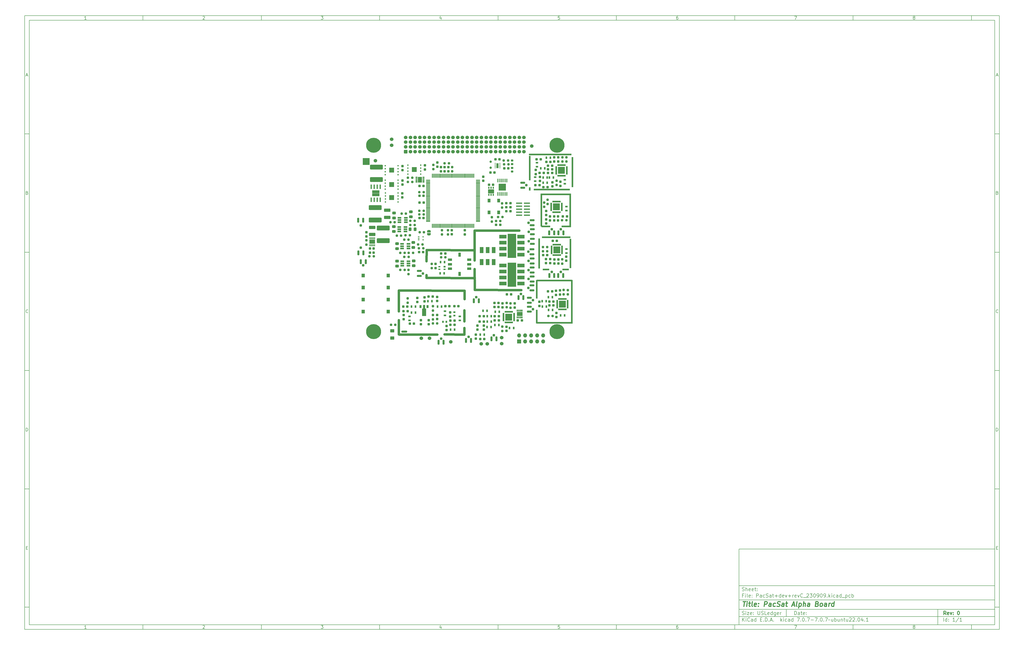
<source format=gbr>
%TF.GenerationSoftware,KiCad,Pcbnew,7.0.7-7.0.7~ubuntu22.04.1*%
%TF.CreationDate,2023-09-14T09:00:47-05:00*%
%TF.ProjectId,PacSat+dev+revC_230909,50616353-6174-42b6-9465-762b72657643,0*%
%TF.SameCoordinates,Original*%
%TF.FileFunction,Soldermask,Top*%
%TF.FilePolarity,Negative*%
%FSLAX46Y46*%
G04 Gerber Fmt 4.6, Leading zero omitted, Abs format (unit mm)*
G04 Created by KiCad (PCBNEW 7.0.7-7.0.7~ubuntu22.04.1) date 2023-09-14 09:00:47*
%MOMM*%
%LPD*%
G01*
G04 APERTURE LIST*
G04 Aperture macros list*
%AMRoundRect*
0 Rectangle with rounded corners*
0 $1 Rounding radius*
0 $2 $3 $4 $5 $6 $7 $8 $9 X,Y pos of 4 corners*
0 Add a 4 corners polygon primitive as box body*
4,1,4,$2,$3,$4,$5,$6,$7,$8,$9,$2,$3,0*
0 Add four circle primitives for the rounded corners*
1,1,$1+$1,$2,$3*
1,1,$1+$1,$4,$5*
1,1,$1+$1,$6,$7*
1,1,$1+$1,$8,$9*
0 Add four rect primitives between the rounded corners*
20,1,$1+$1,$2,$3,$4,$5,0*
20,1,$1+$1,$4,$5,$6,$7,0*
20,1,$1+$1,$6,$7,$8,$9,0*
20,1,$1+$1,$8,$9,$2,$3,0*%
%AMFreePoly0*
4,1,9,3.862500,-0.866500,0.737500,-0.866500,0.737500,-0.450000,-0.737500,-0.450000,-0.737500,0.450000,0.737500,0.450000,0.737500,0.866500,3.862500,0.866500,3.862500,-0.866500,3.862500,-0.866500,$1*%
%AMFreePoly1*
4,1,19,0.500000,-0.750000,0.000000,-0.750000,0.000000,-0.744911,-0.071157,-0.744911,-0.207708,-0.704816,-0.327430,-0.627875,-0.420627,-0.520320,-0.479746,-0.390866,-0.500000,-0.250000,-0.500000,0.250000,-0.479746,0.390866,-0.420627,0.520320,-0.327430,0.627875,-0.207708,0.704816,-0.071157,0.744911,0.000000,0.744911,0.000000,0.750000,0.500000,0.750000,0.500000,-0.750000,0.500000,-0.750000,
$1*%
%AMFreePoly2*
4,1,19,0.000000,0.744911,0.071157,0.744911,0.207708,0.704816,0.327430,0.627875,0.420627,0.520320,0.479746,0.390866,0.500000,0.250000,0.500000,-0.250000,0.479746,-0.390866,0.420627,-0.520320,0.327430,-0.627875,0.207708,-0.704816,0.071157,-0.744911,0.000000,-0.744911,0.000000,-0.750000,-0.500000,-0.750000,-0.500000,0.750000,0.000000,0.750000,0.000000,0.744911,0.000000,0.744911,
$1*%
G04 Aperture macros list end*
%ADD10C,0.100000*%
%ADD11C,0.150000*%
%ADD12C,0.300000*%
%ADD13C,0.400000*%
%ADD14C,1.016000*%
%ADD15RoundRect,0.237500X0.237500X-0.300000X0.237500X0.300000X-0.237500X0.300000X-0.237500X-0.300000X0*%
%ADD16RoundRect,0.237500X0.300000X0.237500X-0.300000X0.237500X-0.300000X-0.237500X0.300000X-0.237500X0*%
%ADD17RoundRect,0.237500X-0.237500X0.300000X-0.237500X-0.300000X0.237500X-0.300000X0.237500X0.300000X0*%
%ADD18RoundRect,0.237500X0.237500X-0.287500X0.237500X0.287500X-0.237500X0.287500X-0.237500X-0.287500X0*%
%ADD19RoundRect,0.050800X-0.150000X0.800000X-0.150000X-0.800000X0.150000X-0.800000X0.150000X0.800000X0*%
%ADD20RoundRect,0.050800X-0.800000X-0.150000X0.800000X-0.150000X0.800000X0.150000X-0.800000X0.150000X0*%
%ADD21RoundRect,0.250000X-0.475000X0.337500X-0.475000X-0.337500X0.475000X-0.337500X0.475000X0.337500X0*%
%ADD22RoundRect,0.237500X0.237500X-0.250000X0.237500X0.250000X-0.237500X0.250000X-0.237500X-0.250000X0*%
%ADD23RoundRect,0.237500X-0.300000X-0.237500X0.300000X-0.237500X0.300000X0.237500X-0.300000X0.237500X0*%
%ADD24R,0.660400X1.016000*%
%ADD25R,0.762000X10.414000*%
%ADD26R,18.064480X0.762000*%
%ADD27R,0.762000X1.369060*%
%ADD28R,0.762000X12.700000*%
%ADD29R,15.240000X0.762000*%
%ADD30RoundRect,0.237500X0.250000X0.237500X-0.250000X0.237500X-0.250000X-0.237500X0.250000X-0.237500X0*%
%ADD31RoundRect,0.237500X-0.250000X-0.237500X0.250000X-0.237500X0.250000X0.237500X-0.250000X0.237500X0*%
%ADD32RoundRect,0.249999X-2.450001X0.737501X-2.450001X-0.737501X2.450001X-0.737501X2.450001X0.737501X0*%
%ADD33R,0.900000X1.300000*%
%ADD34FreePoly0,270.000000*%
%ADD35C,1.500000*%
%ADD36R,2.000000X2.000000*%
%ADD37R,0.600000X0.500000*%
%ADD38RoundRect,0.254000X-0.254000X0.254000X-0.254000X-0.254000X0.254000X-0.254000X0.254000X0.254000X0*%
%ADD39RoundRect,0.200000X-0.200000X0.800000X-0.200000X-0.800000X0.200000X-0.800000X0.200000X0.800000X0*%
%ADD40C,1.524000*%
%ADD41RoundRect,0.250001X-0.624999X0.462499X-0.624999X-0.462499X0.624999X-0.462499X0.624999X0.462499X0*%
%ADD42RoundRect,0.050000X1.195000X-0.800000X1.195000X0.800000X-1.195000X0.800000X-1.195000X-0.800000X0*%
%ADD43RoundRect,0.050000X0.230000X-0.355000X0.230000X0.355000X-0.230000X0.355000X-0.230000X-0.355000X0*%
%ADD44RoundRect,0.062500X-0.300000X-0.062500X0.300000X-0.062500X0.300000X0.062500X-0.300000X0.062500X0*%
%ADD45R,0.900000X2.000000*%
%ADD46C,6.350000*%
%ADD47RoundRect,0.290840X-0.471160X-0.471160X0.471160X-0.471160X0.471160X0.471160X-0.471160X0.471160X0*%
%ADD48RoundRect,0.050000X1.175000X-0.790000X1.175000X0.790000X-1.175000X0.790000X-1.175000X-0.790000X0*%
%ADD49RoundRect,0.050000X0.150000X-0.350000X0.150000X0.350000X-0.150000X0.350000X-0.150000X-0.350000X0*%
%ADD50R,0.900000X0.700000*%
%ADD51R,1.016000X0.660400*%
%ADD52RoundRect,0.237500X-0.237500X0.250000X-0.237500X-0.250000X0.237500X-0.250000X0.237500X0.250000X0*%
%ADD53R,1.397000X1.524000*%
%ADD54R,1.560000X0.650000*%
%ADD55RoundRect,0.250000X0.475000X-0.337500X0.475000X0.337500X-0.475000X0.337500X-0.475000X-0.337500X0*%
%ADD56R,1.650000X2.540000*%
%ADD57RoundRect,0.250001X1.074999X-0.462499X1.074999X0.462499X-1.074999X0.462499X-1.074999X-0.462499X0*%
%ADD58R,3.810000X0.762000*%
%ADD59R,0.762000X13.970000*%
%ADD60R,12.954000X0.762000*%
%ADD61R,0.939800X0.508000*%
%ADD62R,0.939800X0.787400*%
%ADD63RoundRect,0.218750X-0.256250X0.218750X-0.256250X-0.218750X0.256250X-0.218750X0.256250X0.218750X0*%
%ADD64RoundRect,0.250000X0.337500X0.475000X-0.337500X0.475000X-0.337500X-0.475000X0.337500X-0.475000X0*%
%ADD65RoundRect,0.030000X-1.397000X-1.397000X1.397000X-1.397000X1.397000X1.397000X-1.397000X1.397000X0*%
%ADD66RoundRect,0.030000X-0.325000X-0.175000X0.325000X-0.175000X0.325000X0.175000X-0.325000X0.175000X0*%
%ADD67RoundRect,0.030000X-0.175000X-0.325000X0.175000X-0.325000X0.175000X0.325000X-0.175000X0.325000X0*%
%ADD68FreePoly1,270.000000*%
%ADD69FreePoly2,270.000000*%
%ADD70RoundRect,0.050000X-1.175000X0.790000X-1.175000X-0.790000X1.175000X-0.790000X1.175000X0.790000X0*%
%ADD71RoundRect,0.050000X-0.175000X0.350000X-0.175000X-0.350000X0.175000X-0.350000X0.175000X0.350000X0*%
%ADD72R,3.100000X3.000000*%
%ADD73RoundRect,0.100000X0.100000X-0.687500X0.100000X0.687500X-0.100000X0.687500X-0.100000X-0.687500X0*%
%ADD74O,2.540000X0.889000*%
%ADD75R,14.935200X0.762000*%
%ADD76R,0.762000X5.740400*%
%ADD77R,0.762000X7.874000*%
%ADD78R,0.762000X18.542000*%
%ADD79RoundRect,0.249999X2.450001X-0.737501X2.450001X0.737501X-2.450001X0.737501X-2.450001X-0.737501X0*%
%ADD80C,1.000000*%
%ADD81R,0.650000X0.400000*%
%ADD82R,2.540000X0.508000*%
%ADD83R,0.700000X0.900000*%
%ADD84RoundRect,0.050000X-0.790000X-1.175000X0.790000X-1.175000X0.790000X1.175000X-0.790000X1.175000X0*%
%ADD85RoundRect,0.050000X-0.350000X-0.175000X0.350000X-0.175000X0.350000X0.175000X-0.350000X0.175000X0*%
%ADD86R,3.048000X1.524000*%
%ADD87R,3.556000X10.160000*%
%ADD88RoundRect,0.250001X-1.074999X0.462499X-1.074999X-0.462499X1.074999X-0.462499X1.074999X0.462499X0*%
%ADD89RoundRect,0.030000X1.397000X-1.397000X1.397000X1.397000X-1.397000X1.397000X-1.397000X-1.397000X0*%
%ADD90RoundRect,0.030000X0.175000X-0.325000X0.175000X0.325000X-0.175000X0.325000X-0.175000X-0.325000X0*%
%ADD91RoundRect,0.030000X0.325000X-0.175000X0.325000X0.175000X-0.325000X0.175000X-0.325000X-0.175000X0*%
%ADD92R,2.794000X0.762000*%
%ADD93R,12.090400X0.762000*%
%ADD94R,0.762000X12.446000*%
%ADD95RoundRect,0.254000X0.254000X-0.254000X0.254000X0.254000X-0.254000X0.254000X-0.254000X-0.254000X0*%
%ADD96RoundRect,0.200000X0.200000X-0.800000X0.200000X0.800000X-0.200000X0.800000X-0.200000X-0.800000X0*%
%ADD97R,1.778000X1.016000*%
%ADD98R,1.016000X1.778000*%
%ADD99R,1.300000X1.600000*%
%ADD100R,0.610000X1.910000*%
%ADD101R,1.550000X1.205000*%
%ADD102R,1.700000X1.700000*%
%ADD103O,1.700000X1.700000*%
%ADD104RoundRect,0.254000X0.254000X0.254000X-0.254000X0.254000X-0.254000X-0.254000X0.254000X-0.254000X0*%
%ADD105RoundRect,0.200000X0.800000X0.200000X-0.800000X0.200000X-0.800000X-0.200000X0.800000X-0.200000X0*%
%ADD106RoundRect,0.254000X-0.254000X-0.254000X0.254000X-0.254000X0.254000X0.254000X-0.254000X0.254000X0*%
%ADD107RoundRect,0.200000X-0.800000X-0.200000X0.800000X-0.200000X0.800000X0.200000X-0.800000X0.200000X0*%
G04 APERTURE END LIST*
D10*
D11*
X311800000Y-235400000D02*
X419800000Y-235400000D01*
X419800000Y-267400000D01*
X311800000Y-267400000D01*
X311800000Y-235400000D01*
D10*
D11*
X10000000Y-10000000D02*
X421800000Y-10000000D01*
X421800000Y-269400000D01*
X10000000Y-269400000D01*
X10000000Y-10000000D01*
D10*
D11*
X12000000Y-12000000D02*
X419800000Y-12000000D01*
X419800000Y-267400000D01*
X12000000Y-267400000D01*
X12000000Y-12000000D01*
D10*
D11*
X60000000Y-12000000D02*
X60000000Y-10000000D01*
D10*
D11*
X110000000Y-12000000D02*
X110000000Y-10000000D01*
D10*
D11*
X160000000Y-12000000D02*
X160000000Y-10000000D01*
D10*
D11*
X210000000Y-12000000D02*
X210000000Y-10000000D01*
D10*
D11*
X260000000Y-12000000D02*
X260000000Y-10000000D01*
D10*
D11*
X310000000Y-12000000D02*
X310000000Y-10000000D01*
D10*
D11*
X360000000Y-12000000D02*
X360000000Y-10000000D01*
D10*
D11*
X410000000Y-12000000D02*
X410000000Y-10000000D01*
D10*
D11*
X36089160Y-11593604D02*
X35346303Y-11593604D01*
X35717731Y-11593604D02*
X35717731Y-10293604D01*
X35717731Y-10293604D02*
X35593922Y-10479319D01*
X35593922Y-10479319D02*
X35470112Y-10603128D01*
X35470112Y-10603128D02*
X35346303Y-10665033D01*
D10*
D11*
X85346303Y-10417414D02*
X85408207Y-10355509D01*
X85408207Y-10355509D02*
X85532017Y-10293604D01*
X85532017Y-10293604D02*
X85841541Y-10293604D01*
X85841541Y-10293604D02*
X85965350Y-10355509D01*
X85965350Y-10355509D02*
X86027255Y-10417414D01*
X86027255Y-10417414D02*
X86089160Y-10541223D01*
X86089160Y-10541223D02*
X86089160Y-10665033D01*
X86089160Y-10665033D02*
X86027255Y-10850747D01*
X86027255Y-10850747D02*
X85284398Y-11593604D01*
X85284398Y-11593604D02*
X86089160Y-11593604D01*
D10*
D11*
X135284398Y-10293604D02*
X136089160Y-10293604D01*
X136089160Y-10293604D02*
X135655826Y-10788842D01*
X135655826Y-10788842D02*
X135841541Y-10788842D01*
X135841541Y-10788842D02*
X135965350Y-10850747D01*
X135965350Y-10850747D02*
X136027255Y-10912652D01*
X136027255Y-10912652D02*
X136089160Y-11036461D01*
X136089160Y-11036461D02*
X136089160Y-11345985D01*
X136089160Y-11345985D02*
X136027255Y-11469795D01*
X136027255Y-11469795D02*
X135965350Y-11531700D01*
X135965350Y-11531700D02*
X135841541Y-11593604D01*
X135841541Y-11593604D02*
X135470112Y-11593604D01*
X135470112Y-11593604D02*
X135346303Y-11531700D01*
X135346303Y-11531700D02*
X135284398Y-11469795D01*
D10*
D11*
X185965350Y-10726938D02*
X185965350Y-11593604D01*
X185655826Y-10231700D02*
X185346303Y-11160271D01*
X185346303Y-11160271D02*
X186151064Y-11160271D01*
D10*
D11*
X236027255Y-10293604D02*
X235408207Y-10293604D01*
X235408207Y-10293604D02*
X235346303Y-10912652D01*
X235346303Y-10912652D02*
X235408207Y-10850747D01*
X235408207Y-10850747D02*
X235532017Y-10788842D01*
X235532017Y-10788842D02*
X235841541Y-10788842D01*
X235841541Y-10788842D02*
X235965350Y-10850747D01*
X235965350Y-10850747D02*
X236027255Y-10912652D01*
X236027255Y-10912652D02*
X236089160Y-11036461D01*
X236089160Y-11036461D02*
X236089160Y-11345985D01*
X236089160Y-11345985D02*
X236027255Y-11469795D01*
X236027255Y-11469795D02*
X235965350Y-11531700D01*
X235965350Y-11531700D02*
X235841541Y-11593604D01*
X235841541Y-11593604D02*
X235532017Y-11593604D01*
X235532017Y-11593604D02*
X235408207Y-11531700D01*
X235408207Y-11531700D02*
X235346303Y-11469795D01*
D10*
D11*
X285965350Y-10293604D02*
X285717731Y-10293604D01*
X285717731Y-10293604D02*
X285593922Y-10355509D01*
X285593922Y-10355509D02*
X285532017Y-10417414D01*
X285532017Y-10417414D02*
X285408207Y-10603128D01*
X285408207Y-10603128D02*
X285346303Y-10850747D01*
X285346303Y-10850747D02*
X285346303Y-11345985D01*
X285346303Y-11345985D02*
X285408207Y-11469795D01*
X285408207Y-11469795D02*
X285470112Y-11531700D01*
X285470112Y-11531700D02*
X285593922Y-11593604D01*
X285593922Y-11593604D02*
X285841541Y-11593604D01*
X285841541Y-11593604D02*
X285965350Y-11531700D01*
X285965350Y-11531700D02*
X286027255Y-11469795D01*
X286027255Y-11469795D02*
X286089160Y-11345985D01*
X286089160Y-11345985D02*
X286089160Y-11036461D01*
X286089160Y-11036461D02*
X286027255Y-10912652D01*
X286027255Y-10912652D02*
X285965350Y-10850747D01*
X285965350Y-10850747D02*
X285841541Y-10788842D01*
X285841541Y-10788842D02*
X285593922Y-10788842D01*
X285593922Y-10788842D02*
X285470112Y-10850747D01*
X285470112Y-10850747D02*
X285408207Y-10912652D01*
X285408207Y-10912652D02*
X285346303Y-11036461D01*
D10*
D11*
X335284398Y-10293604D02*
X336151064Y-10293604D01*
X336151064Y-10293604D02*
X335593922Y-11593604D01*
D10*
D11*
X385593922Y-10850747D02*
X385470112Y-10788842D01*
X385470112Y-10788842D02*
X385408207Y-10726938D01*
X385408207Y-10726938D02*
X385346303Y-10603128D01*
X385346303Y-10603128D02*
X385346303Y-10541223D01*
X385346303Y-10541223D02*
X385408207Y-10417414D01*
X385408207Y-10417414D02*
X385470112Y-10355509D01*
X385470112Y-10355509D02*
X385593922Y-10293604D01*
X385593922Y-10293604D02*
X385841541Y-10293604D01*
X385841541Y-10293604D02*
X385965350Y-10355509D01*
X385965350Y-10355509D02*
X386027255Y-10417414D01*
X386027255Y-10417414D02*
X386089160Y-10541223D01*
X386089160Y-10541223D02*
X386089160Y-10603128D01*
X386089160Y-10603128D02*
X386027255Y-10726938D01*
X386027255Y-10726938D02*
X385965350Y-10788842D01*
X385965350Y-10788842D02*
X385841541Y-10850747D01*
X385841541Y-10850747D02*
X385593922Y-10850747D01*
X385593922Y-10850747D02*
X385470112Y-10912652D01*
X385470112Y-10912652D02*
X385408207Y-10974557D01*
X385408207Y-10974557D02*
X385346303Y-11098366D01*
X385346303Y-11098366D02*
X385346303Y-11345985D01*
X385346303Y-11345985D02*
X385408207Y-11469795D01*
X385408207Y-11469795D02*
X385470112Y-11531700D01*
X385470112Y-11531700D02*
X385593922Y-11593604D01*
X385593922Y-11593604D02*
X385841541Y-11593604D01*
X385841541Y-11593604D02*
X385965350Y-11531700D01*
X385965350Y-11531700D02*
X386027255Y-11469795D01*
X386027255Y-11469795D02*
X386089160Y-11345985D01*
X386089160Y-11345985D02*
X386089160Y-11098366D01*
X386089160Y-11098366D02*
X386027255Y-10974557D01*
X386027255Y-10974557D02*
X385965350Y-10912652D01*
X385965350Y-10912652D02*
X385841541Y-10850747D01*
D10*
D11*
X60000000Y-267400000D02*
X60000000Y-269400000D01*
D10*
D11*
X110000000Y-267400000D02*
X110000000Y-269400000D01*
D10*
D11*
X160000000Y-267400000D02*
X160000000Y-269400000D01*
D10*
D11*
X210000000Y-267400000D02*
X210000000Y-269400000D01*
D10*
D11*
X260000000Y-267400000D02*
X260000000Y-269400000D01*
D10*
D11*
X310000000Y-267400000D02*
X310000000Y-269400000D01*
D10*
D11*
X360000000Y-267400000D02*
X360000000Y-269400000D01*
D10*
D11*
X410000000Y-267400000D02*
X410000000Y-269400000D01*
D10*
D11*
X36089160Y-268993604D02*
X35346303Y-268993604D01*
X35717731Y-268993604D02*
X35717731Y-267693604D01*
X35717731Y-267693604D02*
X35593922Y-267879319D01*
X35593922Y-267879319D02*
X35470112Y-268003128D01*
X35470112Y-268003128D02*
X35346303Y-268065033D01*
D10*
D11*
X85346303Y-267817414D02*
X85408207Y-267755509D01*
X85408207Y-267755509D02*
X85532017Y-267693604D01*
X85532017Y-267693604D02*
X85841541Y-267693604D01*
X85841541Y-267693604D02*
X85965350Y-267755509D01*
X85965350Y-267755509D02*
X86027255Y-267817414D01*
X86027255Y-267817414D02*
X86089160Y-267941223D01*
X86089160Y-267941223D02*
X86089160Y-268065033D01*
X86089160Y-268065033D02*
X86027255Y-268250747D01*
X86027255Y-268250747D02*
X85284398Y-268993604D01*
X85284398Y-268993604D02*
X86089160Y-268993604D01*
D10*
D11*
X135284398Y-267693604D02*
X136089160Y-267693604D01*
X136089160Y-267693604D02*
X135655826Y-268188842D01*
X135655826Y-268188842D02*
X135841541Y-268188842D01*
X135841541Y-268188842D02*
X135965350Y-268250747D01*
X135965350Y-268250747D02*
X136027255Y-268312652D01*
X136027255Y-268312652D02*
X136089160Y-268436461D01*
X136089160Y-268436461D02*
X136089160Y-268745985D01*
X136089160Y-268745985D02*
X136027255Y-268869795D01*
X136027255Y-268869795D02*
X135965350Y-268931700D01*
X135965350Y-268931700D02*
X135841541Y-268993604D01*
X135841541Y-268993604D02*
X135470112Y-268993604D01*
X135470112Y-268993604D02*
X135346303Y-268931700D01*
X135346303Y-268931700D02*
X135284398Y-268869795D01*
D10*
D11*
X185965350Y-268126938D02*
X185965350Y-268993604D01*
X185655826Y-267631700D02*
X185346303Y-268560271D01*
X185346303Y-268560271D02*
X186151064Y-268560271D01*
D10*
D11*
X236027255Y-267693604D02*
X235408207Y-267693604D01*
X235408207Y-267693604D02*
X235346303Y-268312652D01*
X235346303Y-268312652D02*
X235408207Y-268250747D01*
X235408207Y-268250747D02*
X235532017Y-268188842D01*
X235532017Y-268188842D02*
X235841541Y-268188842D01*
X235841541Y-268188842D02*
X235965350Y-268250747D01*
X235965350Y-268250747D02*
X236027255Y-268312652D01*
X236027255Y-268312652D02*
X236089160Y-268436461D01*
X236089160Y-268436461D02*
X236089160Y-268745985D01*
X236089160Y-268745985D02*
X236027255Y-268869795D01*
X236027255Y-268869795D02*
X235965350Y-268931700D01*
X235965350Y-268931700D02*
X235841541Y-268993604D01*
X235841541Y-268993604D02*
X235532017Y-268993604D01*
X235532017Y-268993604D02*
X235408207Y-268931700D01*
X235408207Y-268931700D02*
X235346303Y-268869795D01*
D10*
D11*
X285965350Y-267693604D02*
X285717731Y-267693604D01*
X285717731Y-267693604D02*
X285593922Y-267755509D01*
X285593922Y-267755509D02*
X285532017Y-267817414D01*
X285532017Y-267817414D02*
X285408207Y-268003128D01*
X285408207Y-268003128D02*
X285346303Y-268250747D01*
X285346303Y-268250747D02*
X285346303Y-268745985D01*
X285346303Y-268745985D02*
X285408207Y-268869795D01*
X285408207Y-268869795D02*
X285470112Y-268931700D01*
X285470112Y-268931700D02*
X285593922Y-268993604D01*
X285593922Y-268993604D02*
X285841541Y-268993604D01*
X285841541Y-268993604D02*
X285965350Y-268931700D01*
X285965350Y-268931700D02*
X286027255Y-268869795D01*
X286027255Y-268869795D02*
X286089160Y-268745985D01*
X286089160Y-268745985D02*
X286089160Y-268436461D01*
X286089160Y-268436461D02*
X286027255Y-268312652D01*
X286027255Y-268312652D02*
X285965350Y-268250747D01*
X285965350Y-268250747D02*
X285841541Y-268188842D01*
X285841541Y-268188842D02*
X285593922Y-268188842D01*
X285593922Y-268188842D02*
X285470112Y-268250747D01*
X285470112Y-268250747D02*
X285408207Y-268312652D01*
X285408207Y-268312652D02*
X285346303Y-268436461D01*
D10*
D11*
X335284398Y-267693604D02*
X336151064Y-267693604D01*
X336151064Y-267693604D02*
X335593922Y-268993604D01*
D10*
D11*
X385593922Y-268250747D02*
X385470112Y-268188842D01*
X385470112Y-268188842D02*
X385408207Y-268126938D01*
X385408207Y-268126938D02*
X385346303Y-268003128D01*
X385346303Y-268003128D02*
X385346303Y-267941223D01*
X385346303Y-267941223D02*
X385408207Y-267817414D01*
X385408207Y-267817414D02*
X385470112Y-267755509D01*
X385470112Y-267755509D02*
X385593922Y-267693604D01*
X385593922Y-267693604D02*
X385841541Y-267693604D01*
X385841541Y-267693604D02*
X385965350Y-267755509D01*
X385965350Y-267755509D02*
X386027255Y-267817414D01*
X386027255Y-267817414D02*
X386089160Y-267941223D01*
X386089160Y-267941223D02*
X386089160Y-268003128D01*
X386089160Y-268003128D02*
X386027255Y-268126938D01*
X386027255Y-268126938D02*
X385965350Y-268188842D01*
X385965350Y-268188842D02*
X385841541Y-268250747D01*
X385841541Y-268250747D02*
X385593922Y-268250747D01*
X385593922Y-268250747D02*
X385470112Y-268312652D01*
X385470112Y-268312652D02*
X385408207Y-268374557D01*
X385408207Y-268374557D02*
X385346303Y-268498366D01*
X385346303Y-268498366D02*
X385346303Y-268745985D01*
X385346303Y-268745985D02*
X385408207Y-268869795D01*
X385408207Y-268869795D02*
X385470112Y-268931700D01*
X385470112Y-268931700D02*
X385593922Y-268993604D01*
X385593922Y-268993604D02*
X385841541Y-268993604D01*
X385841541Y-268993604D02*
X385965350Y-268931700D01*
X385965350Y-268931700D02*
X386027255Y-268869795D01*
X386027255Y-268869795D02*
X386089160Y-268745985D01*
X386089160Y-268745985D02*
X386089160Y-268498366D01*
X386089160Y-268498366D02*
X386027255Y-268374557D01*
X386027255Y-268374557D02*
X385965350Y-268312652D01*
X385965350Y-268312652D02*
X385841541Y-268250747D01*
D10*
D11*
X10000000Y-60000000D02*
X12000000Y-60000000D01*
D10*
D11*
X10000000Y-110000000D02*
X12000000Y-110000000D01*
D10*
D11*
X10000000Y-160000000D02*
X12000000Y-160000000D01*
D10*
D11*
X10000000Y-210000000D02*
X12000000Y-210000000D01*
D10*
D11*
X10000000Y-260000000D02*
X12000000Y-260000000D01*
D10*
D11*
X10690476Y-35222176D02*
X11309523Y-35222176D01*
X10566666Y-35593604D02*
X10999999Y-34293604D01*
X10999999Y-34293604D02*
X11433333Y-35593604D01*
D10*
D11*
X11092857Y-84912652D02*
X11278571Y-84974557D01*
X11278571Y-84974557D02*
X11340476Y-85036461D01*
X11340476Y-85036461D02*
X11402380Y-85160271D01*
X11402380Y-85160271D02*
X11402380Y-85345985D01*
X11402380Y-85345985D02*
X11340476Y-85469795D01*
X11340476Y-85469795D02*
X11278571Y-85531700D01*
X11278571Y-85531700D02*
X11154761Y-85593604D01*
X11154761Y-85593604D02*
X10659523Y-85593604D01*
X10659523Y-85593604D02*
X10659523Y-84293604D01*
X10659523Y-84293604D02*
X11092857Y-84293604D01*
X11092857Y-84293604D02*
X11216666Y-84355509D01*
X11216666Y-84355509D02*
X11278571Y-84417414D01*
X11278571Y-84417414D02*
X11340476Y-84541223D01*
X11340476Y-84541223D02*
X11340476Y-84665033D01*
X11340476Y-84665033D02*
X11278571Y-84788842D01*
X11278571Y-84788842D02*
X11216666Y-84850747D01*
X11216666Y-84850747D02*
X11092857Y-84912652D01*
X11092857Y-84912652D02*
X10659523Y-84912652D01*
D10*
D11*
X11402380Y-135469795D02*
X11340476Y-135531700D01*
X11340476Y-135531700D02*
X11154761Y-135593604D01*
X11154761Y-135593604D02*
X11030952Y-135593604D01*
X11030952Y-135593604D02*
X10845238Y-135531700D01*
X10845238Y-135531700D02*
X10721428Y-135407890D01*
X10721428Y-135407890D02*
X10659523Y-135284080D01*
X10659523Y-135284080D02*
X10597619Y-135036461D01*
X10597619Y-135036461D02*
X10597619Y-134850747D01*
X10597619Y-134850747D02*
X10659523Y-134603128D01*
X10659523Y-134603128D02*
X10721428Y-134479319D01*
X10721428Y-134479319D02*
X10845238Y-134355509D01*
X10845238Y-134355509D02*
X11030952Y-134293604D01*
X11030952Y-134293604D02*
X11154761Y-134293604D01*
X11154761Y-134293604D02*
X11340476Y-134355509D01*
X11340476Y-134355509D02*
X11402380Y-134417414D01*
D10*
D11*
X10659523Y-185593604D02*
X10659523Y-184293604D01*
X10659523Y-184293604D02*
X10969047Y-184293604D01*
X10969047Y-184293604D02*
X11154761Y-184355509D01*
X11154761Y-184355509D02*
X11278571Y-184479319D01*
X11278571Y-184479319D02*
X11340476Y-184603128D01*
X11340476Y-184603128D02*
X11402380Y-184850747D01*
X11402380Y-184850747D02*
X11402380Y-185036461D01*
X11402380Y-185036461D02*
X11340476Y-185284080D01*
X11340476Y-185284080D02*
X11278571Y-185407890D01*
X11278571Y-185407890D02*
X11154761Y-185531700D01*
X11154761Y-185531700D02*
X10969047Y-185593604D01*
X10969047Y-185593604D02*
X10659523Y-185593604D01*
D10*
D11*
X10721428Y-234912652D02*
X11154762Y-234912652D01*
X11340476Y-235593604D02*
X10721428Y-235593604D01*
X10721428Y-235593604D02*
X10721428Y-234293604D01*
X10721428Y-234293604D02*
X11340476Y-234293604D01*
D10*
D11*
X421800000Y-60000000D02*
X419800000Y-60000000D01*
D10*
D11*
X421800000Y-110000000D02*
X419800000Y-110000000D01*
D10*
D11*
X421800000Y-160000000D02*
X419800000Y-160000000D01*
D10*
D11*
X421800000Y-210000000D02*
X419800000Y-210000000D01*
D10*
D11*
X421800000Y-260000000D02*
X419800000Y-260000000D01*
D10*
D11*
X420490476Y-35222176D02*
X421109523Y-35222176D01*
X420366666Y-35593604D02*
X420799999Y-34293604D01*
X420799999Y-34293604D02*
X421233333Y-35593604D01*
D10*
D11*
X420892857Y-84912652D02*
X421078571Y-84974557D01*
X421078571Y-84974557D02*
X421140476Y-85036461D01*
X421140476Y-85036461D02*
X421202380Y-85160271D01*
X421202380Y-85160271D02*
X421202380Y-85345985D01*
X421202380Y-85345985D02*
X421140476Y-85469795D01*
X421140476Y-85469795D02*
X421078571Y-85531700D01*
X421078571Y-85531700D02*
X420954761Y-85593604D01*
X420954761Y-85593604D02*
X420459523Y-85593604D01*
X420459523Y-85593604D02*
X420459523Y-84293604D01*
X420459523Y-84293604D02*
X420892857Y-84293604D01*
X420892857Y-84293604D02*
X421016666Y-84355509D01*
X421016666Y-84355509D02*
X421078571Y-84417414D01*
X421078571Y-84417414D02*
X421140476Y-84541223D01*
X421140476Y-84541223D02*
X421140476Y-84665033D01*
X421140476Y-84665033D02*
X421078571Y-84788842D01*
X421078571Y-84788842D02*
X421016666Y-84850747D01*
X421016666Y-84850747D02*
X420892857Y-84912652D01*
X420892857Y-84912652D02*
X420459523Y-84912652D01*
D10*
D11*
X421202380Y-135469795D02*
X421140476Y-135531700D01*
X421140476Y-135531700D02*
X420954761Y-135593604D01*
X420954761Y-135593604D02*
X420830952Y-135593604D01*
X420830952Y-135593604D02*
X420645238Y-135531700D01*
X420645238Y-135531700D02*
X420521428Y-135407890D01*
X420521428Y-135407890D02*
X420459523Y-135284080D01*
X420459523Y-135284080D02*
X420397619Y-135036461D01*
X420397619Y-135036461D02*
X420397619Y-134850747D01*
X420397619Y-134850747D02*
X420459523Y-134603128D01*
X420459523Y-134603128D02*
X420521428Y-134479319D01*
X420521428Y-134479319D02*
X420645238Y-134355509D01*
X420645238Y-134355509D02*
X420830952Y-134293604D01*
X420830952Y-134293604D02*
X420954761Y-134293604D01*
X420954761Y-134293604D02*
X421140476Y-134355509D01*
X421140476Y-134355509D02*
X421202380Y-134417414D01*
D10*
D11*
X420459523Y-185593604D02*
X420459523Y-184293604D01*
X420459523Y-184293604D02*
X420769047Y-184293604D01*
X420769047Y-184293604D02*
X420954761Y-184355509D01*
X420954761Y-184355509D02*
X421078571Y-184479319D01*
X421078571Y-184479319D02*
X421140476Y-184603128D01*
X421140476Y-184603128D02*
X421202380Y-184850747D01*
X421202380Y-184850747D02*
X421202380Y-185036461D01*
X421202380Y-185036461D02*
X421140476Y-185284080D01*
X421140476Y-185284080D02*
X421078571Y-185407890D01*
X421078571Y-185407890D02*
X420954761Y-185531700D01*
X420954761Y-185531700D02*
X420769047Y-185593604D01*
X420769047Y-185593604D02*
X420459523Y-185593604D01*
D10*
D11*
X420521428Y-234912652D02*
X420954762Y-234912652D01*
X421140476Y-235593604D02*
X420521428Y-235593604D01*
X420521428Y-235593604D02*
X420521428Y-234293604D01*
X420521428Y-234293604D02*
X421140476Y-234293604D01*
D10*
D11*
X335255826Y-263186128D02*
X335255826Y-261686128D01*
X335255826Y-261686128D02*
X335612969Y-261686128D01*
X335612969Y-261686128D02*
X335827255Y-261757557D01*
X335827255Y-261757557D02*
X335970112Y-261900414D01*
X335970112Y-261900414D02*
X336041541Y-262043271D01*
X336041541Y-262043271D02*
X336112969Y-262328985D01*
X336112969Y-262328985D02*
X336112969Y-262543271D01*
X336112969Y-262543271D02*
X336041541Y-262828985D01*
X336041541Y-262828985D02*
X335970112Y-262971842D01*
X335970112Y-262971842D02*
X335827255Y-263114700D01*
X335827255Y-263114700D02*
X335612969Y-263186128D01*
X335612969Y-263186128D02*
X335255826Y-263186128D01*
X337398684Y-263186128D02*
X337398684Y-262400414D01*
X337398684Y-262400414D02*
X337327255Y-262257557D01*
X337327255Y-262257557D02*
X337184398Y-262186128D01*
X337184398Y-262186128D02*
X336898684Y-262186128D01*
X336898684Y-262186128D02*
X336755826Y-262257557D01*
X337398684Y-263114700D02*
X337255826Y-263186128D01*
X337255826Y-263186128D02*
X336898684Y-263186128D01*
X336898684Y-263186128D02*
X336755826Y-263114700D01*
X336755826Y-263114700D02*
X336684398Y-262971842D01*
X336684398Y-262971842D02*
X336684398Y-262828985D01*
X336684398Y-262828985D02*
X336755826Y-262686128D01*
X336755826Y-262686128D02*
X336898684Y-262614700D01*
X336898684Y-262614700D02*
X337255826Y-262614700D01*
X337255826Y-262614700D02*
X337398684Y-262543271D01*
X337898684Y-262186128D02*
X338470112Y-262186128D01*
X338112969Y-261686128D02*
X338112969Y-262971842D01*
X338112969Y-262971842D02*
X338184398Y-263114700D01*
X338184398Y-263114700D02*
X338327255Y-263186128D01*
X338327255Y-263186128D02*
X338470112Y-263186128D01*
X339541541Y-263114700D02*
X339398684Y-263186128D01*
X339398684Y-263186128D02*
X339112970Y-263186128D01*
X339112970Y-263186128D02*
X338970112Y-263114700D01*
X338970112Y-263114700D02*
X338898684Y-262971842D01*
X338898684Y-262971842D02*
X338898684Y-262400414D01*
X338898684Y-262400414D02*
X338970112Y-262257557D01*
X338970112Y-262257557D02*
X339112970Y-262186128D01*
X339112970Y-262186128D02*
X339398684Y-262186128D01*
X339398684Y-262186128D02*
X339541541Y-262257557D01*
X339541541Y-262257557D02*
X339612970Y-262400414D01*
X339612970Y-262400414D02*
X339612970Y-262543271D01*
X339612970Y-262543271D02*
X338898684Y-262686128D01*
X340255826Y-263043271D02*
X340327255Y-263114700D01*
X340327255Y-263114700D02*
X340255826Y-263186128D01*
X340255826Y-263186128D02*
X340184398Y-263114700D01*
X340184398Y-263114700D02*
X340255826Y-263043271D01*
X340255826Y-263043271D02*
X340255826Y-263186128D01*
X340255826Y-262257557D02*
X340327255Y-262328985D01*
X340327255Y-262328985D02*
X340255826Y-262400414D01*
X340255826Y-262400414D02*
X340184398Y-262328985D01*
X340184398Y-262328985D02*
X340255826Y-262257557D01*
X340255826Y-262257557D02*
X340255826Y-262400414D01*
D10*
D11*
X311800000Y-263900000D02*
X419800000Y-263900000D01*
D10*
D11*
X313255826Y-265986128D02*
X313255826Y-264486128D01*
X314112969Y-265986128D02*
X313470112Y-265128985D01*
X314112969Y-264486128D02*
X313255826Y-265343271D01*
X314755826Y-265986128D02*
X314755826Y-264986128D01*
X314755826Y-264486128D02*
X314684398Y-264557557D01*
X314684398Y-264557557D02*
X314755826Y-264628985D01*
X314755826Y-264628985D02*
X314827255Y-264557557D01*
X314827255Y-264557557D02*
X314755826Y-264486128D01*
X314755826Y-264486128D02*
X314755826Y-264628985D01*
X316327255Y-265843271D02*
X316255827Y-265914700D01*
X316255827Y-265914700D02*
X316041541Y-265986128D01*
X316041541Y-265986128D02*
X315898684Y-265986128D01*
X315898684Y-265986128D02*
X315684398Y-265914700D01*
X315684398Y-265914700D02*
X315541541Y-265771842D01*
X315541541Y-265771842D02*
X315470112Y-265628985D01*
X315470112Y-265628985D02*
X315398684Y-265343271D01*
X315398684Y-265343271D02*
X315398684Y-265128985D01*
X315398684Y-265128985D02*
X315470112Y-264843271D01*
X315470112Y-264843271D02*
X315541541Y-264700414D01*
X315541541Y-264700414D02*
X315684398Y-264557557D01*
X315684398Y-264557557D02*
X315898684Y-264486128D01*
X315898684Y-264486128D02*
X316041541Y-264486128D01*
X316041541Y-264486128D02*
X316255827Y-264557557D01*
X316255827Y-264557557D02*
X316327255Y-264628985D01*
X317612970Y-265986128D02*
X317612970Y-265200414D01*
X317612970Y-265200414D02*
X317541541Y-265057557D01*
X317541541Y-265057557D02*
X317398684Y-264986128D01*
X317398684Y-264986128D02*
X317112970Y-264986128D01*
X317112970Y-264986128D02*
X316970112Y-265057557D01*
X317612970Y-265914700D02*
X317470112Y-265986128D01*
X317470112Y-265986128D02*
X317112970Y-265986128D01*
X317112970Y-265986128D02*
X316970112Y-265914700D01*
X316970112Y-265914700D02*
X316898684Y-265771842D01*
X316898684Y-265771842D02*
X316898684Y-265628985D01*
X316898684Y-265628985D02*
X316970112Y-265486128D01*
X316970112Y-265486128D02*
X317112970Y-265414700D01*
X317112970Y-265414700D02*
X317470112Y-265414700D01*
X317470112Y-265414700D02*
X317612970Y-265343271D01*
X318970113Y-265986128D02*
X318970113Y-264486128D01*
X318970113Y-265914700D02*
X318827255Y-265986128D01*
X318827255Y-265986128D02*
X318541541Y-265986128D01*
X318541541Y-265986128D02*
X318398684Y-265914700D01*
X318398684Y-265914700D02*
X318327255Y-265843271D01*
X318327255Y-265843271D02*
X318255827Y-265700414D01*
X318255827Y-265700414D02*
X318255827Y-265271842D01*
X318255827Y-265271842D02*
X318327255Y-265128985D01*
X318327255Y-265128985D02*
X318398684Y-265057557D01*
X318398684Y-265057557D02*
X318541541Y-264986128D01*
X318541541Y-264986128D02*
X318827255Y-264986128D01*
X318827255Y-264986128D02*
X318970113Y-265057557D01*
X320827255Y-265200414D02*
X321327255Y-265200414D01*
X321541541Y-265986128D02*
X320827255Y-265986128D01*
X320827255Y-265986128D02*
X320827255Y-264486128D01*
X320827255Y-264486128D02*
X321541541Y-264486128D01*
X322184398Y-265843271D02*
X322255827Y-265914700D01*
X322255827Y-265914700D02*
X322184398Y-265986128D01*
X322184398Y-265986128D02*
X322112970Y-265914700D01*
X322112970Y-265914700D02*
X322184398Y-265843271D01*
X322184398Y-265843271D02*
X322184398Y-265986128D01*
X322898684Y-265986128D02*
X322898684Y-264486128D01*
X322898684Y-264486128D02*
X323255827Y-264486128D01*
X323255827Y-264486128D02*
X323470113Y-264557557D01*
X323470113Y-264557557D02*
X323612970Y-264700414D01*
X323612970Y-264700414D02*
X323684399Y-264843271D01*
X323684399Y-264843271D02*
X323755827Y-265128985D01*
X323755827Y-265128985D02*
X323755827Y-265343271D01*
X323755827Y-265343271D02*
X323684399Y-265628985D01*
X323684399Y-265628985D02*
X323612970Y-265771842D01*
X323612970Y-265771842D02*
X323470113Y-265914700D01*
X323470113Y-265914700D02*
X323255827Y-265986128D01*
X323255827Y-265986128D02*
X322898684Y-265986128D01*
X324398684Y-265843271D02*
X324470113Y-265914700D01*
X324470113Y-265914700D02*
X324398684Y-265986128D01*
X324398684Y-265986128D02*
X324327256Y-265914700D01*
X324327256Y-265914700D02*
X324398684Y-265843271D01*
X324398684Y-265843271D02*
X324398684Y-265986128D01*
X325041542Y-265557557D02*
X325755828Y-265557557D01*
X324898685Y-265986128D02*
X325398685Y-264486128D01*
X325398685Y-264486128D02*
X325898685Y-265986128D01*
X326398684Y-265843271D02*
X326470113Y-265914700D01*
X326470113Y-265914700D02*
X326398684Y-265986128D01*
X326398684Y-265986128D02*
X326327256Y-265914700D01*
X326327256Y-265914700D02*
X326398684Y-265843271D01*
X326398684Y-265843271D02*
X326398684Y-265986128D01*
X329398684Y-265986128D02*
X329398684Y-264486128D01*
X329541542Y-265414700D02*
X329970113Y-265986128D01*
X329970113Y-264986128D02*
X329398684Y-265557557D01*
X330612970Y-265986128D02*
X330612970Y-264986128D01*
X330612970Y-264486128D02*
X330541542Y-264557557D01*
X330541542Y-264557557D02*
X330612970Y-264628985D01*
X330612970Y-264628985D02*
X330684399Y-264557557D01*
X330684399Y-264557557D02*
X330612970Y-264486128D01*
X330612970Y-264486128D02*
X330612970Y-264628985D01*
X331970114Y-265914700D02*
X331827256Y-265986128D01*
X331827256Y-265986128D02*
X331541542Y-265986128D01*
X331541542Y-265986128D02*
X331398685Y-265914700D01*
X331398685Y-265914700D02*
X331327256Y-265843271D01*
X331327256Y-265843271D02*
X331255828Y-265700414D01*
X331255828Y-265700414D02*
X331255828Y-265271842D01*
X331255828Y-265271842D02*
X331327256Y-265128985D01*
X331327256Y-265128985D02*
X331398685Y-265057557D01*
X331398685Y-265057557D02*
X331541542Y-264986128D01*
X331541542Y-264986128D02*
X331827256Y-264986128D01*
X331827256Y-264986128D02*
X331970114Y-265057557D01*
X333255828Y-265986128D02*
X333255828Y-265200414D01*
X333255828Y-265200414D02*
X333184399Y-265057557D01*
X333184399Y-265057557D02*
X333041542Y-264986128D01*
X333041542Y-264986128D02*
X332755828Y-264986128D01*
X332755828Y-264986128D02*
X332612970Y-265057557D01*
X333255828Y-265914700D02*
X333112970Y-265986128D01*
X333112970Y-265986128D02*
X332755828Y-265986128D01*
X332755828Y-265986128D02*
X332612970Y-265914700D01*
X332612970Y-265914700D02*
X332541542Y-265771842D01*
X332541542Y-265771842D02*
X332541542Y-265628985D01*
X332541542Y-265628985D02*
X332612970Y-265486128D01*
X332612970Y-265486128D02*
X332755828Y-265414700D01*
X332755828Y-265414700D02*
X333112970Y-265414700D01*
X333112970Y-265414700D02*
X333255828Y-265343271D01*
X334612971Y-265986128D02*
X334612971Y-264486128D01*
X334612971Y-265914700D02*
X334470113Y-265986128D01*
X334470113Y-265986128D02*
X334184399Y-265986128D01*
X334184399Y-265986128D02*
X334041542Y-265914700D01*
X334041542Y-265914700D02*
X333970113Y-265843271D01*
X333970113Y-265843271D02*
X333898685Y-265700414D01*
X333898685Y-265700414D02*
X333898685Y-265271842D01*
X333898685Y-265271842D02*
X333970113Y-265128985D01*
X333970113Y-265128985D02*
X334041542Y-265057557D01*
X334041542Y-265057557D02*
X334184399Y-264986128D01*
X334184399Y-264986128D02*
X334470113Y-264986128D01*
X334470113Y-264986128D02*
X334612971Y-265057557D01*
X336327256Y-264486128D02*
X337327256Y-264486128D01*
X337327256Y-264486128D02*
X336684399Y-265986128D01*
X337898684Y-265843271D02*
X337970113Y-265914700D01*
X337970113Y-265914700D02*
X337898684Y-265986128D01*
X337898684Y-265986128D02*
X337827256Y-265914700D01*
X337827256Y-265914700D02*
X337898684Y-265843271D01*
X337898684Y-265843271D02*
X337898684Y-265986128D01*
X338898685Y-264486128D02*
X339041542Y-264486128D01*
X339041542Y-264486128D02*
X339184399Y-264557557D01*
X339184399Y-264557557D02*
X339255828Y-264628985D01*
X339255828Y-264628985D02*
X339327256Y-264771842D01*
X339327256Y-264771842D02*
X339398685Y-265057557D01*
X339398685Y-265057557D02*
X339398685Y-265414700D01*
X339398685Y-265414700D02*
X339327256Y-265700414D01*
X339327256Y-265700414D02*
X339255828Y-265843271D01*
X339255828Y-265843271D02*
X339184399Y-265914700D01*
X339184399Y-265914700D02*
X339041542Y-265986128D01*
X339041542Y-265986128D02*
X338898685Y-265986128D01*
X338898685Y-265986128D02*
X338755828Y-265914700D01*
X338755828Y-265914700D02*
X338684399Y-265843271D01*
X338684399Y-265843271D02*
X338612970Y-265700414D01*
X338612970Y-265700414D02*
X338541542Y-265414700D01*
X338541542Y-265414700D02*
X338541542Y-265057557D01*
X338541542Y-265057557D02*
X338612970Y-264771842D01*
X338612970Y-264771842D02*
X338684399Y-264628985D01*
X338684399Y-264628985D02*
X338755828Y-264557557D01*
X338755828Y-264557557D02*
X338898685Y-264486128D01*
X340041541Y-265843271D02*
X340112970Y-265914700D01*
X340112970Y-265914700D02*
X340041541Y-265986128D01*
X340041541Y-265986128D02*
X339970113Y-265914700D01*
X339970113Y-265914700D02*
X340041541Y-265843271D01*
X340041541Y-265843271D02*
X340041541Y-265986128D01*
X340612970Y-264486128D02*
X341612970Y-264486128D01*
X341612970Y-264486128D02*
X340970113Y-265986128D01*
X342184398Y-265414700D02*
X343327256Y-265414700D01*
X343898684Y-264486128D02*
X344898684Y-264486128D01*
X344898684Y-264486128D02*
X344255827Y-265986128D01*
X345470112Y-265843271D02*
X345541541Y-265914700D01*
X345541541Y-265914700D02*
X345470112Y-265986128D01*
X345470112Y-265986128D02*
X345398684Y-265914700D01*
X345398684Y-265914700D02*
X345470112Y-265843271D01*
X345470112Y-265843271D02*
X345470112Y-265986128D01*
X346470113Y-264486128D02*
X346612970Y-264486128D01*
X346612970Y-264486128D02*
X346755827Y-264557557D01*
X346755827Y-264557557D02*
X346827256Y-264628985D01*
X346827256Y-264628985D02*
X346898684Y-264771842D01*
X346898684Y-264771842D02*
X346970113Y-265057557D01*
X346970113Y-265057557D02*
X346970113Y-265414700D01*
X346970113Y-265414700D02*
X346898684Y-265700414D01*
X346898684Y-265700414D02*
X346827256Y-265843271D01*
X346827256Y-265843271D02*
X346755827Y-265914700D01*
X346755827Y-265914700D02*
X346612970Y-265986128D01*
X346612970Y-265986128D02*
X346470113Y-265986128D01*
X346470113Y-265986128D02*
X346327256Y-265914700D01*
X346327256Y-265914700D02*
X346255827Y-265843271D01*
X346255827Y-265843271D02*
X346184398Y-265700414D01*
X346184398Y-265700414D02*
X346112970Y-265414700D01*
X346112970Y-265414700D02*
X346112970Y-265057557D01*
X346112970Y-265057557D02*
X346184398Y-264771842D01*
X346184398Y-264771842D02*
X346255827Y-264628985D01*
X346255827Y-264628985D02*
X346327256Y-264557557D01*
X346327256Y-264557557D02*
X346470113Y-264486128D01*
X347612969Y-265843271D02*
X347684398Y-265914700D01*
X347684398Y-265914700D02*
X347612969Y-265986128D01*
X347612969Y-265986128D02*
X347541541Y-265914700D01*
X347541541Y-265914700D02*
X347612969Y-265843271D01*
X347612969Y-265843271D02*
X347612969Y-265986128D01*
X348184398Y-264486128D02*
X349184398Y-264486128D01*
X349184398Y-264486128D02*
X348541541Y-265986128D01*
X349541541Y-265414700D02*
X349612969Y-265343271D01*
X349612969Y-265343271D02*
X349755826Y-265271842D01*
X349755826Y-265271842D02*
X350041541Y-265414700D01*
X350041541Y-265414700D02*
X350184398Y-265343271D01*
X350184398Y-265343271D02*
X350255826Y-265271842D01*
X351470113Y-264986128D02*
X351470113Y-265986128D01*
X350827255Y-264986128D02*
X350827255Y-265771842D01*
X350827255Y-265771842D02*
X350898684Y-265914700D01*
X350898684Y-265914700D02*
X351041541Y-265986128D01*
X351041541Y-265986128D02*
X351255827Y-265986128D01*
X351255827Y-265986128D02*
X351398684Y-265914700D01*
X351398684Y-265914700D02*
X351470113Y-265843271D01*
X352184398Y-265986128D02*
X352184398Y-264486128D01*
X352184398Y-265057557D02*
X352327256Y-264986128D01*
X352327256Y-264986128D02*
X352612970Y-264986128D01*
X352612970Y-264986128D02*
X352755827Y-265057557D01*
X352755827Y-265057557D02*
X352827256Y-265128985D01*
X352827256Y-265128985D02*
X352898684Y-265271842D01*
X352898684Y-265271842D02*
X352898684Y-265700414D01*
X352898684Y-265700414D02*
X352827256Y-265843271D01*
X352827256Y-265843271D02*
X352755827Y-265914700D01*
X352755827Y-265914700D02*
X352612970Y-265986128D01*
X352612970Y-265986128D02*
X352327256Y-265986128D01*
X352327256Y-265986128D02*
X352184398Y-265914700D01*
X354184399Y-264986128D02*
X354184399Y-265986128D01*
X353541541Y-264986128D02*
X353541541Y-265771842D01*
X353541541Y-265771842D02*
X353612970Y-265914700D01*
X353612970Y-265914700D02*
X353755827Y-265986128D01*
X353755827Y-265986128D02*
X353970113Y-265986128D01*
X353970113Y-265986128D02*
X354112970Y-265914700D01*
X354112970Y-265914700D02*
X354184399Y-265843271D01*
X354898684Y-264986128D02*
X354898684Y-265986128D01*
X354898684Y-265128985D02*
X354970113Y-265057557D01*
X354970113Y-265057557D02*
X355112970Y-264986128D01*
X355112970Y-264986128D02*
X355327256Y-264986128D01*
X355327256Y-264986128D02*
X355470113Y-265057557D01*
X355470113Y-265057557D02*
X355541542Y-265200414D01*
X355541542Y-265200414D02*
X355541542Y-265986128D01*
X356041542Y-264986128D02*
X356612970Y-264986128D01*
X356255827Y-264486128D02*
X356255827Y-265771842D01*
X356255827Y-265771842D02*
X356327256Y-265914700D01*
X356327256Y-265914700D02*
X356470113Y-265986128D01*
X356470113Y-265986128D02*
X356612970Y-265986128D01*
X357755828Y-264986128D02*
X357755828Y-265986128D01*
X357112970Y-264986128D02*
X357112970Y-265771842D01*
X357112970Y-265771842D02*
X357184399Y-265914700D01*
X357184399Y-265914700D02*
X357327256Y-265986128D01*
X357327256Y-265986128D02*
X357541542Y-265986128D01*
X357541542Y-265986128D02*
X357684399Y-265914700D01*
X357684399Y-265914700D02*
X357755828Y-265843271D01*
X358398685Y-264628985D02*
X358470113Y-264557557D01*
X358470113Y-264557557D02*
X358612971Y-264486128D01*
X358612971Y-264486128D02*
X358970113Y-264486128D01*
X358970113Y-264486128D02*
X359112971Y-264557557D01*
X359112971Y-264557557D02*
X359184399Y-264628985D01*
X359184399Y-264628985D02*
X359255828Y-264771842D01*
X359255828Y-264771842D02*
X359255828Y-264914700D01*
X359255828Y-264914700D02*
X359184399Y-265128985D01*
X359184399Y-265128985D02*
X358327256Y-265986128D01*
X358327256Y-265986128D02*
X359255828Y-265986128D01*
X359827256Y-264628985D02*
X359898684Y-264557557D01*
X359898684Y-264557557D02*
X360041542Y-264486128D01*
X360041542Y-264486128D02*
X360398684Y-264486128D01*
X360398684Y-264486128D02*
X360541542Y-264557557D01*
X360541542Y-264557557D02*
X360612970Y-264628985D01*
X360612970Y-264628985D02*
X360684399Y-264771842D01*
X360684399Y-264771842D02*
X360684399Y-264914700D01*
X360684399Y-264914700D02*
X360612970Y-265128985D01*
X360612970Y-265128985D02*
X359755827Y-265986128D01*
X359755827Y-265986128D02*
X360684399Y-265986128D01*
X361327255Y-265843271D02*
X361398684Y-265914700D01*
X361398684Y-265914700D02*
X361327255Y-265986128D01*
X361327255Y-265986128D02*
X361255827Y-265914700D01*
X361255827Y-265914700D02*
X361327255Y-265843271D01*
X361327255Y-265843271D02*
X361327255Y-265986128D01*
X362327256Y-264486128D02*
X362470113Y-264486128D01*
X362470113Y-264486128D02*
X362612970Y-264557557D01*
X362612970Y-264557557D02*
X362684399Y-264628985D01*
X362684399Y-264628985D02*
X362755827Y-264771842D01*
X362755827Y-264771842D02*
X362827256Y-265057557D01*
X362827256Y-265057557D02*
X362827256Y-265414700D01*
X362827256Y-265414700D02*
X362755827Y-265700414D01*
X362755827Y-265700414D02*
X362684399Y-265843271D01*
X362684399Y-265843271D02*
X362612970Y-265914700D01*
X362612970Y-265914700D02*
X362470113Y-265986128D01*
X362470113Y-265986128D02*
X362327256Y-265986128D01*
X362327256Y-265986128D02*
X362184399Y-265914700D01*
X362184399Y-265914700D02*
X362112970Y-265843271D01*
X362112970Y-265843271D02*
X362041541Y-265700414D01*
X362041541Y-265700414D02*
X361970113Y-265414700D01*
X361970113Y-265414700D02*
X361970113Y-265057557D01*
X361970113Y-265057557D02*
X362041541Y-264771842D01*
X362041541Y-264771842D02*
X362112970Y-264628985D01*
X362112970Y-264628985D02*
X362184399Y-264557557D01*
X362184399Y-264557557D02*
X362327256Y-264486128D01*
X364112970Y-264986128D02*
X364112970Y-265986128D01*
X363755827Y-264414700D02*
X363398684Y-265486128D01*
X363398684Y-265486128D02*
X364327255Y-265486128D01*
X364898683Y-265843271D02*
X364970112Y-265914700D01*
X364970112Y-265914700D02*
X364898683Y-265986128D01*
X364898683Y-265986128D02*
X364827255Y-265914700D01*
X364827255Y-265914700D02*
X364898683Y-265843271D01*
X364898683Y-265843271D02*
X364898683Y-265986128D01*
X366398684Y-265986128D02*
X365541541Y-265986128D01*
X365970112Y-265986128D02*
X365970112Y-264486128D01*
X365970112Y-264486128D02*
X365827255Y-264700414D01*
X365827255Y-264700414D02*
X365684398Y-264843271D01*
X365684398Y-264843271D02*
X365541541Y-264914700D01*
D10*
D11*
X311800000Y-260900000D02*
X419800000Y-260900000D01*
D10*
D12*
X399211653Y-263178328D02*
X398711653Y-262464042D01*
X398354510Y-263178328D02*
X398354510Y-261678328D01*
X398354510Y-261678328D02*
X398925939Y-261678328D01*
X398925939Y-261678328D02*
X399068796Y-261749757D01*
X399068796Y-261749757D02*
X399140225Y-261821185D01*
X399140225Y-261821185D02*
X399211653Y-261964042D01*
X399211653Y-261964042D02*
X399211653Y-262178328D01*
X399211653Y-262178328D02*
X399140225Y-262321185D01*
X399140225Y-262321185D02*
X399068796Y-262392614D01*
X399068796Y-262392614D02*
X398925939Y-262464042D01*
X398925939Y-262464042D02*
X398354510Y-262464042D01*
X400425939Y-263106900D02*
X400283082Y-263178328D01*
X400283082Y-263178328D02*
X399997368Y-263178328D01*
X399997368Y-263178328D02*
X399854510Y-263106900D01*
X399854510Y-263106900D02*
X399783082Y-262964042D01*
X399783082Y-262964042D02*
X399783082Y-262392614D01*
X399783082Y-262392614D02*
X399854510Y-262249757D01*
X399854510Y-262249757D02*
X399997368Y-262178328D01*
X399997368Y-262178328D02*
X400283082Y-262178328D01*
X400283082Y-262178328D02*
X400425939Y-262249757D01*
X400425939Y-262249757D02*
X400497368Y-262392614D01*
X400497368Y-262392614D02*
X400497368Y-262535471D01*
X400497368Y-262535471D02*
X399783082Y-262678328D01*
X400997367Y-262178328D02*
X401354510Y-263178328D01*
X401354510Y-263178328D02*
X401711653Y-262178328D01*
X402283081Y-263035471D02*
X402354510Y-263106900D01*
X402354510Y-263106900D02*
X402283081Y-263178328D01*
X402283081Y-263178328D02*
X402211653Y-263106900D01*
X402211653Y-263106900D02*
X402283081Y-263035471D01*
X402283081Y-263035471D02*
X402283081Y-263178328D01*
X402283081Y-262249757D02*
X402354510Y-262321185D01*
X402354510Y-262321185D02*
X402283081Y-262392614D01*
X402283081Y-262392614D02*
X402211653Y-262321185D01*
X402211653Y-262321185D02*
X402283081Y-262249757D01*
X402283081Y-262249757D02*
X402283081Y-262392614D01*
X404425939Y-261678328D02*
X404568796Y-261678328D01*
X404568796Y-261678328D02*
X404711653Y-261749757D01*
X404711653Y-261749757D02*
X404783082Y-261821185D01*
X404783082Y-261821185D02*
X404854510Y-261964042D01*
X404854510Y-261964042D02*
X404925939Y-262249757D01*
X404925939Y-262249757D02*
X404925939Y-262606900D01*
X404925939Y-262606900D02*
X404854510Y-262892614D01*
X404854510Y-262892614D02*
X404783082Y-263035471D01*
X404783082Y-263035471D02*
X404711653Y-263106900D01*
X404711653Y-263106900D02*
X404568796Y-263178328D01*
X404568796Y-263178328D02*
X404425939Y-263178328D01*
X404425939Y-263178328D02*
X404283082Y-263106900D01*
X404283082Y-263106900D02*
X404211653Y-263035471D01*
X404211653Y-263035471D02*
X404140224Y-262892614D01*
X404140224Y-262892614D02*
X404068796Y-262606900D01*
X404068796Y-262606900D02*
X404068796Y-262249757D01*
X404068796Y-262249757D02*
X404140224Y-261964042D01*
X404140224Y-261964042D02*
X404211653Y-261821185D01*
X404211653Y-261821185D02*
X404283082Y-261749757D01*
X404283082Y-261749757D02*
X404425939Y-261678328D01*
D10*
D11*
X313184398Y-263114700D02*
X313398684Y-263186128D01*
X313398684Y-263186128D02*
X313755826Y-263186128D01*
X313755826Y-263186128D02*
X313898684Y-263114700D01*
X313898684Y-263114700D02*
X313970112Y-263043271D01*
X313970112Y-263043271D02*
X314041541Y-262900414D01*
X314041541Y-262900414D02*
X314041541Y-262757557D01*
X314041541Y-262757557D02*
X313970112Y-262614700D01*
X313970112Y-262614700D02*
X313898684Y-262543271D01*
X313898684Y-262543271D02*
X313755826Y-262471842D01*
X313755826Y-262471842D02*
X313470112Y-262400414D01*
X313470112Y-262400414D02*
X313327255Y-262328985D01*
X313327255Y-262328985D02*
X313255826Y-262257557D01*
X313255826Y-262257557D02*
X313184398Y-262114700D01*
X313184398Y-262114700D02*
X313184398Y-261971842D01*
X313184398Y-261971842D02*
X313255826Y-261828985D01*
X313255826Y-261828985D02*
X313327255Y-261757557D01*
X313327255Y-261757557D02*
X313470112Y-261686128D01*
X313470112Y-261686128D02*
X313827255Y-261686128D01*
X313827255Y-261686128D02*
X314041541Y-261757557D01*
X314684397Y-263186128D02*
X314684397Y-262186128D01*
X314684397Y-261686128D02*
X314612969Y-261757557D01*
X314612969Y-261757557D02*
X314684397Y-261828985D01*
X314684397Y-261828985D02*
X314755826Y-261757557D01*
X314755826Y-261757557D02*
X314684397Y-261686128D01*
X314684397Y-261686128D02*
X314684397Y-261828985D01*
X315255826Y-262186128D02*
X316041541Y-262186128D01*
X316041541Y-262186128D02*
X315255826Y-263186128D01*
X315255826Y-263186128D02*
X316041541Y-263186128D01*
X317184398Y-263114700D02*
X317041541Y-263186128D01*
X317041541Y-263186128D02*
X316755827Y-263186128D01*
X316755827Y-263186128D02*
X316612969Y-263114700D01*
X316612969Y-263114700D02*
X316541541Y-262971842D01*
X316541541Y-262971842D02*
X316541541Y-262400414D01*
X316541541Y-262400414D02*
X316612969Y-262257557D01*
X316612969Y-262257557D02*
X316755827Y-262186128D01*
X316755827Y-262186128D02*
X317041541Y-262186128D01*
X317041541Y-262186128D02*
X317184398Y-262257557D01*
X317184398Y-262257557D02*
X317255827Y-262400414D01*
X317255827Y-262400414D02*
X317255827Y-262543271D01*
X317255827Y-262543271D02*
X316541541Y-262686128D01*
X317898683Y-263043271D02*
X317970112Y-263114700D01*
X317970112Y-263114700D02*
X317898683Y-263186128D01*
X317898683Y-263186128D02*
X317827255Y-263114700D01*
X317827255Y-263114700D02*
X317898683Y-263043271D01*
X317898683Y-263043271D02*
X317898683Y-263186128D01*
X317898683Y-262257557D02*
X317970112Y-262328985D01*
X317970112Y-262328985D02*
X317898683Y-262400414D01*
X317898683Y-262400414D02*
X317827255Y-262328985D01*
X317827255Y-262328985D02*
X317898683Y-262257557D01*
X317898683Y-262257557D02*
X317898683Y-262400414D01*
X319755826Y-261686128D02*
X319755826Y-262900414D01*
X319755826Y-262900414D02*
X319827255Y-263043271D01*
X319827255Y-263043271D02*
X319898684Y-263114700D01*
X319898684Y-263114700D02*
X320041541Y-263186128D01*
X320041541Y-263186128D02*
X320327255Y-263186128D01*
X320327255Y-263186128D02*
X320470112Y-263114700D01*
X320470112Y-263114700D02*
X320541541Y-263043271D01*
X320541541Y-263043271D02*
X320612969Y-262900414D01*
X320612969Y-262900414D02*
X320612969Y-261686128D01*
X321255827Y-263114700D02*
X321470113Y-263186128D01*
X321470113Y-263186128D02*
X321827255Y-263186128D01*
X321827255Y-263186128D02*
X321970113Y-263114700D01*
X321970113Y-263114700D02*
X322041541Y-263043271D01*
X322041541Y-263043271D02*
X322112970Y-262900414D01*
X322112970Y-262900414D02*
X322112970Y-262757557D01*
X322112970Y-262757557D02*
X322041541Y-262614700D01*
X322041541Y-262614700D02*
X321970113Y-262543271D01*
X321970113Y-262543271D02*
X321827255Y-262471842D01*
X321827255Y-262471842D02*
X321541541Y-262400414D01*
X321541541Y-262400414D02*
X321398684Y-262328985D01*
X321398684Y-262328985D02*
X321327255Y-262257557D01*
X321327255Y-262257557D02*
X321255827Y-262114700D01*
X321255827Y-262114700D02*
X321255827Y-261971842D01*
X321255827Y-261971842D02*
X321327255Y-261828985D01*
X321327255Y-261828985D02*
X321398684Y-261757557D01*
X321398684Y-261757557D02*
X321541541Y-261686128D01*
X321541541Y-261686128D02*
X321898684Y-261686128D01*
X321898684Y-261686128D02*
X322112970Y-261757557D01*
X323470112Y-263186128D02*
X322755826Y-263186128D01*
X322755826Y-263186128D02*
X322755826Y-261686128D01*
X324541541Y-263114700D02*
X324398684Y-263186128D01*
X324398684Y-263186128D02*
X324112970Y-263186128D01*
X324112970Y-263186128D02*
X323970112Y-263114700D01*
X323970112Y-263114700D02*
X323898684Y-262971842D01*
X323898684Y-262971842D02*
X323898684Y-262400414D01*
X323898684Y-262400414D02*
X323970112Y-262257557D01*
X323970112Y-262257557D02*
X324112970Y-262186128D01*
X324112970Y-262186128D02*
X324398684Y-262186128D01*
X324398684Y-262186128D02*
X324541541Y-262257557D01*
X324541541Y-262257557D02*
X324612970Y-262400414D01*
X324612970Y-262400414D02*
X324612970Y-262543271D01*
X324612970Y-262543271D02*
X323898684Y-262686128D01*
X325898684Y-263186128D02*
X325898684Y-261686128D01*
X325898684Y-263114700D02*
X325755826Y-263186128D01*
X325755826Y-263186128D02*
X325470112Y-263186128D01*
X325470112Y-263186128D02*
X325327255Y-263114700D01*
X325327255Y-263114700D02*
X325255826Y-263043271D01*
X325255826Y-263043271D02*
X325184398Y-262900414D01*
X325184398Y-262900414D02*
X325184398Y-262471842D01*
X325184398Y-262471842D02*
X325255826Y-262328985D01*
X325255826Y-262328985D02*
X325327255Y-262257557D01*
X325327255Y-262257557D02*
X325470112Y-262186128D01*
X325470112Y-262186128D02*
X325755826Y-262186128D01*
X325755826Y-262186128D02*
X325898684Y-262257557D01*
X327255827Y-262186128D02*
X327255827Y-263400414D01*
X327255827Y-263400414D02*
X327184398Y-263543271D01*
X327184398Y-263543271D02*
X327112969Y-263614700D01*
X327112969Y-263614700D02*
X326970112Y-263686128D01*
X326970112Y-263686128D02*
X326755827Y-263686128D01*
X326755827Y-263686128D02*
X326612969Y-263614700D01*
X327255827Y-263114700D02*
X327112969Y-263186128D01*
X327112969Y-263186128D02*
X326827255Y-263186128D01*
X326827255Y-263186128D02*
X326684398Y-263114700D01*
X326684398Y-263114700D02*
X326612969Y-263043271D01*
X326612969Y-263043271D02*
X326541541Y-262900414D01*
X326541541Y-262900414D02*
X326541541Y-262471842D01*
X326541541Y-262471842D02*
X326612969Y-262328985D01*
X326612969Y-262328985D02*
X326684398Y-262257557D01*
X326684398Y-262257557D02*
X326827255Y-262186128D01*
X326827255Y-262186128D02*
X327112969Y-262186128D01*
X327112969Y-262186128D02*
X327255827Y-262257557D01*
X328541541Y-263114700D02*
X328398684Y-263186128D01*
X328398684Y-263186128D02*
X328112970Y-263186128D01*
X328112970Y-263186128D02*
X327970112Y-263114700D01*
X327970112Y-263114700D02*
X327898684Y-262971842D01*
X327898684Y-262971842D02*
X327898684Y-262400414D01*
X327898684Y-262400414D02*
X327970112Y-262257557D01*
X327970112Y-262257557D02*
X328112970Y-262186128D01*
X328112970Y-262186128D02*
X328398684Y-262186128D01*
X328398684Y-262186128D02*
X328541541Y-262257557D01*
X328541541Y-262257557D02*
X328612970Y-262400414D01*
X328612970Y-262400414D02*
X328612970Y-262543271D01*
X328612970Y-262543271D02*
X327898684Y-262686128D01*
X329255826Y-263186128D02*
X329255826Y-262186128D01*
X329255826Y-262471842D02*
X329327255Y-262328985D01*
X329327255Y-262328985D02*
X329398684Y-262257557D01*
X329398684Y-262257557D02*
X329541541Y-262186128D01*
X329541541Y-262186128D02*
X329684398Y-262186128D01*
D10*
D11*
X398255826Y-265986128D02*
X398255826Y-264486128D01*
X399612970Y-265986128D02*
X399612970Y-264486128D01*
X399612970Y-265914700D02*
X399470112Y-265986128D01*
X399470112Y-265986128D02*
X399184398Y-265986128D01*
X399184398Y-265986128D02*
X399041541Y-265914700D01*
X399041541Y-265914700D02*
X398970112Y-265843271D01*
X398970112Y-265843271D02*
X398898684Y-265700414D01*
X398898684Y-265700414D02*
X398898684Y-265271842D01*
X398898684Y-265271842D02*
X398970112Y-265128985D01*
X398970112Y-265128985D02*
X399041541Y-265057557D01*
X399041541Y-265057557D02*
X399184398Y-264986128D01*
X399184398Y-264986128D02*
X399470112Y-264986128D01*
X399470112Y-264986128D02*
X399612970Y-265057557D01*
X400327255Y-265843271D02*
X400398684Y-265914700D01*
X400398684Y-265914700D02*
X400327255Y-265986128D01*
X400327255Y-265986128D02*
X400255827Y-265914700D01*
X400255827Y-265914700D02*
X400327255Y-265843271D01*
X400327255Y-265843271D02*
X400327255Y-265986128D01*
X400327255Y-265057557D02*
X400398684Y-265128985D01*
X400398684Y-265128985D02*
X400327255Y-265200414D01*
X400327255Y-265200414D02*
X400255827Y-265128985D01*
X400255827Y-265128985D02*
X400327255Y-265057557D01*
X400327255Y-265057557D02*
X400327255Y-265200414D01*
X402970113Y-265986128D02*
X402112970Y-265986128D01*
X402541541Y-265986128D02*
X402541541Y-264486128D01*
X402541541Y-264486128D02*
X402398684Y-264700414D01*
X402398684Y-264700414D02*
X402255827Y-264843271D01*
X402255827Y-264843271D02*
X402112970Y-264914700D01*
X404684398Y-264414700D02*
X403398684Y-266343271D01*
X405970113Y-265986128D02*
X405112970Y-265986128D01*
X405541541Y-265986128D02*
X405541541Y-264486128D01*
X405541541Y-264486128D02*
X405398684Y-264700414D01*
X405398684Y-264700414D02*
X405255827Y-264843271D01*
X405255827Y-264843271D02*
X405112970Y-264914700D01*
D10*
D11*
X311800000Y-256900000D02*
X419800000Y-256900000D01*
D10*
D13*
X313491728Y-257604438D02*
X314634585Y-257604438D01*
X313813157Y-259604438D02*
X314063157Y-257604438D01*
X315051252Y-259604438D02*
X315217919Y-258271104D01*
X315301252Y-257604438D02*
X315194109Y-257699676D01*
X315194109Y-257699676D02*
X315277443Y-257794914D01*
X315277443Y-257794914D02*
X315384586Y-257699676D01*
X315384586Y-257699676D02*
X315301252Y-257604438D01*
X315301252Y-257604438D02*
X315277443Y-257794914D01*
X315884586Y-258271104D02*
X316646490Y-258271104D01*
X316253633Y-257604438D02*
X316039348Y-259318723D01*
X316039348Y-259318723D02*
X316110776Y-259509200D01*
X316110776Y-259509200D02*
X316289348Y-259604438D01*
X316289348Y-259604438D02*
X316479824Y-259604438D01*
X317432205Y-259604438D02*
X317253633Y-259509200D01*
X317253633Y-259509200D02*
X317182205Y-259318723D01*
X317182205Y-259318723D02*
X317396490Y-257604438D01*
X318967919Y-259509200D02*
X318765538Y-259604438D01*
X318765538Y-259604438D02*
X318384585Y-259604438D01*
X318384585Y-259604438D02*
X318206014Y-259509200D01*
X318206014Y-259509200D02*
X318134585Y-259318723D01*
X318134585Y-259318723D02*
X318229824Y-258556819D01*
X318229824Y-258556819D02*
X318348871Y-258366342D01*
X318348871Y-258366342D02*
X318551252Y-258271104D01*
X318551252Y-258271104D02*
X318932204Y-258271104D01*
X318932204Y-258271104D02*
X319110776Y-258366342D01*
X319110776Y-258366342D02*
X319182204Y-258556819D01*
X319182204Y-258556819D02*
X319158395Y-258747295D01*
X319158395Y-258747295D02*
X318182204Y-258937771D01*
X319932205Y-259413961D02*
X320015538Y-259509200D01*
X320015538Y-259509200D02*
X319908395Y-259604438D01*
X319908395Y-259604438D02*
X319825062Y-259509200D01*
X319825062Y-259509200D02*
X319932205Y-259413961D01*
X319932205Y-259413961D02*
X319908395Y-259604438D01*
X320063157Y-258366342D02*
X320146490Y-258461580D01*
X320146490Y-258461580D02*
X320039348Y-258556819D01*
X320039348Y-258556819D02*
X319956014Y-258461580D01*
X319956014Y-258461580D02*
X320063157Y-258366342D01*
X320063157Y-258366342D02*
X320039348Y-258556819D01*
X322384586Y-259604438D02*
X322634586Y-257604438D01*
X322634586Y-257604438D02*
X323396491Y-257604438D01*
X323396491Y-257604438D02*
X323575062Y-257699676D01*
X323575062Y-257699676D02*
X323658396Y-257794914D01*
X323658396Y-257794914D02*
X323729824Y-257985390D01*
X323729824Y-257985390D02*
X323694110Y-258271104D01*
X323694110Y-258271104D02*
X323575062Y-258461580D01*
X323575062Y-258461580D02*
X323467920Y-258556819D01*
X323467920Y-258556819D02*
X323265539Y-258652057D01*
X323265539Y-258652057D02*
X322503634Y-258652057D01*
X325241729Y-259604438D02*
X325372681Y-258556819D01*
X325372681Y-258556819D02*
X325301253Y-258366342D01*
X325301253Y-258366342D02*
X325122681Y-258271104D01*
X325122681Y-258271104D02*
X324741729Y-258271104D01*
X324741729Y-258271104D02*
X324539348Y-258366342D01*
X325253634Y-259509200D02*
X325051253Y-259604438D01*
X325051253Y-259604438D02*
X324575062Y-259604438D01*
X324575062Y-259604438D02*
X324396491Y-259509200D01*
X324396491Y-259509200D02*
X324325062Y-259318723D01*
X324325062Y-259318723D02*
X324348872Y-259128247D01*
X324348872Y-259128247D02*
X324467920Y-258937771D01*
X324467920Y-258937771D02*
X324670301Y-258842533D01*
X324670301Y-258842533D02*
X325146491Y-258842533D01*
X325146491Y-258842533D02*
X325348872Y-258747295D01*
X327063158Y-259509200D02*
X326860777Y-259604438D01*
X326860777Y-259604438D02*
X326479825Y-259604438D01*
X326479825Y-259604438D02*
X326301253Y-259509200D01*
X326301253Y-259509200D02*
X326217920Y-259413961D01*
X326217920Y-259413961D02*
X326146491Y-259223485D01*
X326146491Y-259223485D02*
X326217920Y-258652057D01*
X326217920Y-258652057D02*
X326336967Y-258461580D01*
X326336967Y-258461580D02*
X326444110Y-258366342D01*
X326444110Y-258366342D02*
X326646491Y-258271104D01*
X326646491Y-258271104D02*
X327027444Y-258271104D01*
X327027444Y-258271104D02*
X327206015Y-258366342D01*
X327825063Y-259509200D02*
X328098872Y-259604438D01*
X328098872Y-259604438D02*
X328575063Y-259604438D01*
X328575063Y-259604438D02*
X328777444Y-259509200D01*
X328777444Y-259509200D02*
X328884587Y-259413961D01*
X328884587Y-259413961D02*
X329003634Y-259223485D01*
X329003634Y-259223485D02*
X329027444Y-259033009D01*
X329027444Y-259033009D02*
X328956015Y-258842533D01*
X328956015Y-258842533D02*
X328872682Y-258747295D01*
X328872682Y-258747295D02*
X328694111Y-258652057D01*
X328694111Y-258652057D02*
X328325063Y-258556819D01*
X328325063Y-258556819D02*
X328146491Y-258461580D01*
X328146491Y-258461580D02*
X328063158Y-258366342D01*
X328063158Y-258366342D02*
X327991730Y-258175866D01*
X327991730Y-258175866D02*
X328015539Y-257985390D01*
X328015539Y-257985390D02*
X328134587Y-257794914D01*
X328134587Y-257794914D02*
X328241730Y-257699676D01*
X328241730Y-257699676D02*
X328444111Y-257604438D01*
X328444111Y-257604438D02*
X328920301Y-257604438D01*
X328920301Y-257604438D02*
X329194111Y-257699676D01*
X330670301Y-259604438D02*
X330801253Y-258556819D01*
X330801253Y-258556819D02*
X330729825Y-258366342D01*
X330729825Y-258366342D02*
X330551253Y-258271104D01*
X330551253Y-258271104D02*
X330170301Y-258271104D01*
X330170301Y-258271104D02*
X329967920Y-258366342D01*
X330682206Y-259509200D02*
X330479825Y-259604438D01*
X330479825Y-259604438D02*
X330003634Y-259604438D01*
X330003634Y-259604438D02*
X329825063Y-259509200D01*
X329825063Y-259509200D02*
X329753634Y-259318723D01*
X329753634Y-259318723D02*
X329777444Y-259128247D01*
X329777444Y-259128247D02*
X329896492Y-258937771D01*
X329896492Y-258937771D02*
X330098873Y-258842533D01*
X330098873Y-258842533D02*
X330575063Y-258842533D01*
X330575063Y-258842533D02*
X330777444Y-258747295D01*
X331503635Y-258271104D02*
X332265539Y-258271104D01*
X331872682Y-257604438D02*
X331658397Y-259318723D01*
X331658397Y-259318723D02*
X331729825Y-259509200D01*
X331729825Y-259509200D02*
X331908397Y-259604438D01*
X331908397Y-259604438D02*
X332098873Y-259604438D01*
X334265540Y-259033009D02*
X335217921Y-259033009D01*
X334003635Y-259604438D02*
X334920302Y-257604438D01*
X334920302Y-257604438D02*
X335336968Y-259604438D01*
X336289350Y-259604438D02*
X336110778Y-259509200D01*
X336110778Y-259509200D02*
X336039350Y-259318723D01*
X336039350Y-259318723D02*
X336253635Y-257604438D01*
X337217921Y-258271104D02*
X336967921Y-260271104D01*
X337206016Y-258366342D02*
X337408397Y-258271104D01*
X337408397Y-258271104D02*
X337789349Y-258271104D01*
X337789349Y-258271104D02*
X337967921Y-258366342D01*
X337967921Y-258366342D02*
X338051254Y-258461580D01*
X338051254Y-258461580D02*
X338122683Y-258652057D01*
X338122683Y-258652057D02*
X338051254Y-259223485D01*
X338051254Y-259223485D02*
X337932207Y-259413961D01*
X337932207Y-259413961D02*
X337825064Y-259509200D01*
X337825064Y-259509200D02*
X337622683Y-259604438D01*
X337622683Y-259604438D02*
X337241730Y-259604438D01*
X337241730Y-259604438D02*
X337063159Y-259509200D01*
X338860778Y-259604438D02*
X339110778Y-257604438D01*
X339717921Y-259604438D02*
X339848873Y-258556819D01*
X339848873Y-258556819D02*
X339777445Y-258366342D01*
X339777445Y-258366342D02*
X339598873Y-258271104D01*
X339598873Y-258271104D02*
X339313159Y-258271104D01*
X339313159Y-258271104D02*
X339110778Y-258366342D01*
X339110778Y-258366342D02*
X339003635Y-258461580D01*
X341527445Y-259604438D02*
X341658397Y-258556819D01*
X341658397Y-258556819D02*
X341586969Y-258366342D01*
X341586969Y-258366342D02*
X341408397Y-258271104D01*
X341408397Y-258271104D02*
X341027445Y-258271104D01*
X341027445Y-258271104D02*
X340825064Y-258366342D01*
X341539350Y-259509200D02*
X341336969Y-259604438D01*
X341336969Y-259604438D02*
X340860778Y-259604438D01*
X340860778Y-259604438D02*
X340682207Y-259509200D01*
X340682207Y-259509200D02*
X340610778Y-259318723D01*
X340610778Y-259318723D02*
X340634588Y-259128247D01*
X340634588Y-259128247D02*
X340753636Y-258937771D01*
X340753636Y-258937771D02*
X340956017Y-258842533D01*
X340956017Y-258842533D02*
X341432207Y-258842533D01*
X341432207Y-258842533D02*
X341634588Y-258747295D01*
X344801255Y-258556819D02*
X345075065Y-258652057D01*
X345075065Y-258652057D02*
X345158398Y-258747295D01*
X345158398Y-258747295D02*
X345229827Y-258937771D01*
X345229827Y-258937771D02*
X345194112Y-259223485D01*
X345194112Y-259223485D02*
X345075065Y-259413961D01*
X345075065Y-259413961D02*
X344967922Y-259509200D01*
X344967922Y-259509200D02*
X344765541Y-259604438D01*
X344765541Y-259604438D02*
X344003636Y-259604438D01*
X344003636Y-259604438D02*
X344253636Y-257604438D01*
X344253636Y-257604438D02*
X344920303Y-257604438D01*
X344920303Y-257604438D02*
X345098874Y-257699676D01*
X345098874Y-257699676D02*
X345182208Y-257794914D01*
X345182208Y-257794914D02*
X345253636Y-257985390D01*
X345253636Y-257985390D02*
X345229827Y-258175866D01*
X345229827Y-258175866D02*
X345110779Y-258366342D01*
X345110779Y-258366342D02*
X345003636Y-258461580D01*
X345003636Y-258461580D02*
X344801255Y-258556819D01*
X344801255Y-258556819D02*
X344134589Y-258556819D01*
X346289351Y-259604438D02*
X346110779Y-259509200D01*
X346110779Y-259509200D02*
X346027446Y-259413961D01*
X346027446Y-259413961D02*
X345956017Y-259223485D01*
X345956017Y-259223485D02*
X346027446Y-258652057D01*
X346027446Y-258652057D02*
X346146493Y-258461580D01*
X346146493Y-258461580D02*
X346253636Y-258366342D01*
X346253636Y-258366342D02*
X346456017Y-258271104D01*
X346456017Y-258271104D02*
X346741731Y-258271104D01*
X346741731Y-258271104D02*
X346920303Y-258366342D01*
X346920303Y-258366342D02*
X347003636Y-258461580D01*
X347003636Y-258461580D02*
X347075065Y-258652057D01*
X347075065Y-258652057D02*
X347003636Y-259223485D01*
X347003636Y-259223485D02*
X346884589Y-259413961D01*
X346884589Y-259413961D02*
X346777446Y-259509200D01*
X346777446Y-259509200D02*
X346575065Y-259604438D01*
X346575065Y-259604438D02*
X346289351Y-259604438D01*
X348670303Y-259604438D02*
X348801255Y-258556819D01*
X348801255Y-258556819D02*
X348729827Y-258366342D01*
X348729827Y-258366342D02*
X348551255Y-258271104D01*
X348551255Y-258271104D02*
X348170303Y-258271104D01*
X348170303Y-258271104D02*
X347967922Y-258366342D01*
X348682208Y-259509200D02*
X348479827Y-259604438D01*
X348479827Y-259604438D02*
X348003636Y-259604438D01*
X348003636Y-259604438D02*
X347825065Y-259509200D01*
X347825065Y-259509200D02*
X347753636Y-259318723D01*
X347753636Y-259318723D02*
X347777446Y-259128247D01*
X347777446Y-259128247D02*
X347896494Y-258937771D01*
X347896494Y-258937771D02*
X348098875Y-258842533D01*
X348098875Y-258842533D02*
X348575065Y-258842533D01*
X348575065Y-258842533D02*
X348777446Y-258747295D01*
X349622684Y-259604438D02*
X349789351Y-258271104D01*
X349741732Y-258652057D02*
X349860779Y-258461580D01*
X349860779Y-258461580D02*
X349967922Y-258366342D01*
X349967922Y-258366342D02*
X350170303Y-258271104D01*
X350170303Y-258271104D02*
X350360779Y-258271104D01*
X351717922Y-259604438D02*
X351967922Y-257604438D01*
X351729827Y-259509200D02*
X351527446Y-259604438D01*
X351527446Y-259604438D02*
X351146494Y-259604438D01*
X351146494Y-259604438D02*
X350967922Y-259509200D01*
X350967922Y-259509200D02*
X350884589Y-259413961D01*
X350884589Y-259413961D02*
X350813160Y-259223485D01*
X350813160Y-259223485D02*
X350884589Y-258652057D01*
X350884589Y-258652057D02*
X351003636Y-258461580D01*
X351003636Y-258461580D02*
X351110779Y-258366342D01*
X351110779Y-258366342D02*
X351313160Y-258271104D01*
X351313160Y-258271104D02*
X351694113Y-258271104D01*
X351694113Y-258271104D02*
X351872684Y-258366342D01*
D10*
D11*
X313755826Y-255000414D02*
X313255826Y-255000414D01*
X313255826Y-255786128D02*
X313255826Y-254286128D01*
X313255826Y-254286128D02*
X313970112Y-254286128D01*
X314541540Y-255786128D02*
X314541540Y-254786128D01*
X314541540Y-254286128D02*
X314470112Y-254357557D01*
X314470112Y-254357557D02*
X314541540Y-254428985D01*
X314541540Y-254428985D02*
X314612969Y-254357557D01*
X314612969Y-254357557D02*
X314541540Y-254286128D01*
X314541540Y-254286128D02*
X314541540Y-254428985D01*
X315470112Y-255786128D02*
X315327255Y-255714700D01*
X315327255Y-255714700D02*
X315255826Y-255571842D01*
X315255826Y-255571842D02*
X315255826Y-254286128D01*
X316612969Y-255714700D02*
X316470112Y-255786128D01*
X316470112Y-255786128D02*
X316184398Y-255786128D01*
X316184398Y-255786128D02*
X316041540Y-255714700D01*
X316041540Y-255714700D02*
X315970112Y-255571842D01*
X315970112Y-255571842D02*
X315970112Y-255000414D01*
X315970112Y-255000414D02*
X316041540Y-254857557D01*
X316041540Y-254857557D02*
X316184398Y-254786128D01*
X316184398Y-254786128D02*
X316470112Y-254786128D01*
X316470112Y-254786128D02*
X316612969Y-254857557D01*
X316612969Y-254857557D02*
X316684398Y-255000414D01*
X316684398Y-255000414D02*
X316684398Y-255143271D01*
X316684398Y-255143271D02*
X315970112Y-255286128D01*
X317327254Y-255643271D02*
X317398683Y-255714700D01*
X317398683Y-255714700D02*
X317327254Y-255786128D01*
X317327254Y-255786128D02*
X317255826Y-255714700D01*
X317255826Y-255714700D02*
X317327254Y-255643271D01*
X317327254Y-255643271D02*
X317327254Y-255786128D01*
X317327254Y-254857557D02*
X317398683Y-254928985D01*
X317398683Y-254928985D02*
X317327254Y-255000414D01*
X317327254Y-255000414D02*
X317255826Y-254928985D01*
X317255826Y-254928985D02*
X317327254Y-254857557D01*
X317327254Y-254857557D02*
X317327254Y-255000414D01*
X319184397Y-255786128D02*
X319184397Y-254286128D01*
X319184397Y-254286128D02*
X319755826Y-254286128D01*
X319755826Y-254286128D02*
X319898683Y-254357557D01*
X319898683Y-254357557D02*
X319970112Y-254428985D01*
X319970112Y-254428985D02*
X320041540Y-254571842D01*
X320041540Y-254571842D02*
X320041540Y-254786128D01*
X320041540Y-254786128D02*
X319970112Y-254928985D01*
X319970112Y-254928985D02*
X319898683Y-255000414D01*
X319898683Y-255000414D02*
X319755826Y-255071842D01*
X319755826Y-255071842D02*
X319184397Y-255071842D01*
X321327255Y-255786128D02*
X321327255Y-255000414D01*
X321327255Y-255000414D02*
X321255826Y-254857557D01*
X321255826Y-254857557D02*
X321112969Y-254786128D01*
X321112969Y-254786128D02*
X320827255Y-254786128D01*
X320827255Y-254786128D02*
X320684397Y-254857557D01*
X321327255Y-255714700D02*
X321184397Y-255786128D01*
X321184397Y-255786128D02*
X320827255Y-255786128D01*
X320827255Y-255786128D02*
X320684397Y-255714700D01*
X320684397Y-255714700D02*
X320612969Y-255571842D01*
X320612969Y-255571842D02*
X320612969Y-255428985D01*
X320612969Y-255428985D02*
X320684397Y-255286128D01*
X320684397Y-255286128D02*
X320827255Y-255214700D01*
X320827255Y-255214700D02*
X321184397Y-255214700D01*
X321184397Y-255214700D02*
X321327255Y-255143271D01*
X322684398Y-255714700D02*
X322541540Y-255786128D01*
X322541540Y-255786128D02*
X322255826Y-255786128D01*
X322255826Y-255786128D02*
X322112969Y-255714700D01*
X322112969Y-255714700D02*
X322041540Y-255643271D01*
X322041540Y-255643271D02*
X321970112Y-255500414D01*
X321970112Y-255500414D02*
X321970112Y-255071842D01*
X321970112Y-255071842D02*
X322041540Y-254928985D01*
X322041540Y-254928985D02*
X322112969Y-254857557D01*
X322112969Y-254857557D02*
X322255826Y-254786128D01*
X322255826Y-254786128D02*
X322541540Y-254786128D01*
X322541540Y-254786128D02*
X322684398Y-254857557D01*
X323255826Y-255714700D02*
X323470112Y-255786128D01*
X323470112Y-255786128D02*
X323827254Y-255786128D01*
X323827254Y-255786128D02*
X323970112Y-255714700D01*
X323970112Y-255714700D02*
X324041540Y-255643271D01*
X324041540Y-255643271D02*
X324112969Y-255500414D01*
X324112969Y-255500414D02*
X324112969Y-255357557D01*
X324112969Y-255357557D02*
X324041540Y-255214700D01*
X324041540Y-255214700D02*
X323970112Y-255143271D01*
X323970112Y-255143271D02*
X323827254Y-255071842D01*
X323827254Y-255071842D02*
X323541540Y-255000414D01*
X323541540Y-255000414D02*
X323398683Y-254928985D01*
X323398683Y-254928985D02*
X323327254Y-254857557D01*
X323327254Y-254857557D02*
X323255826Y-254714700D01*
X323255826Y-254714700D02*
X323255826Y-254571842D01*
X323255826Y-254571842D02*
X323327254Y-254428985D01*
X323327254Y-254428985D02*
X323398683Y-254357557D01*
X323398683Y-254357557D02*
X323541540Y-254286128D01*
X323541540Y-254286128D02*
X323898683Y-254286128D01*
X323898683Y-254286128D02*
X324112969Y-254357557D01*
X325398683Y-255786128D02*
X325398683Y-255000414D01*
X325398683Y-255000414D02*
X325327254Y-254857557D01*
X325327254Y-254857557D02*
X325184397Y-254786128D01*
X325184397Y-254786128D02*
X324898683Y-254786128D01*
X324898683Y-254786128D02*
X324755825Y-254857557D01*
X325398683Y-255714700D02*
X325255825Y-255786128D01*
X325255825Y-255786128D02*
X324898683Y-255786128D01*
X324898683Y-255786128D02*
X324755825Y-255714700D01*
X324755825Y-255714700D02*
X324684397Y-255571842D01*
X324684397Y-255571842D02*
X324684397Y-255428985D01*
X324684397Y-255428985D02*
X324755825Y-255286128D01*
X324755825Y-255286128D02*
X324898683Y-255214700D01*
X324898683Y-255214700D02*
X325255825Y-255214700D01*
X325255825Y-255214700D02*
X325398683Y-255143271D01*
X325898683Y-254786128D02*
X326470111Y-254786128D01*
X326112968Y-254286128D02*
X326112968Y-255571842D01*
X326112968Y-255571842D02*
X326184397Y-255714700D01*
X326184397Y-255714700D02*
X326327254Y-255786128D01*
X326327254Y-255786128D02*
X326470111Y-255786128D01*
X326970111Y-255214700D02*
X328112969Y-255214700D01*
X327541540Y-255786128D02*
X327541540Y-254643271D01*
X329470112Y-255786128D02*
X329470112Y-254286128D01*
X329470112Y-255714700D02*
X329327254Y-255786128D01*
X329327254Y-255786128D02*
X329041540Y-255786128D01*
X329041540Y-255786128D02*
X328898683Y-255714700D01*
X328898683Y-255714700D02*
X328827254Y-255643271D01*
X328827254Y-255643271D02*
X328755826Y-255500414D01*
X328755826Y-255500414D02*
X328755826Y-255071842D01*
X328755826Y-255071842D02*
X328827254Y-254928985D01*
X328827254Y-254928985D02*
X328898683Y-254857557D01*
X328898683Y-254857557D02*
X329041540Y-254786128D01*
X329041540Y-254786128D02*
X329327254Y-254786128D01*
X329327254Y-254786128D02*
X329470112Y-254857557D01*
X330755826Y-255714700D02*
X330612969Y-255786128D01*
X330612969Y-255786128D02*
X330327255Y-255786128D01*
X330327255Y-255786128D02*
X330184397Y-255714700D01*
X330184397Y-255714700D02*
X330112969Y-255571842D01*
X330112969Y-255571842D02*
X330112969Y-255000414D01*
X330112969Y-255000414D02*
X330184397Y-254857557D01*
X330184397Y-254857557D02*
X330327255Y-254786128D01*
X330327255Y-254786128D02*
X330612969Y-254786128D01*
X330612969Y-254786128D02*
X330755826Y-254857557D01*
X330755826Y-254857557D02*
X330827255Y-255000414D01*
X330827255Y-255000414D02*
X330827255Y-255143271D01*
X330827255Y-255143271D02*
X330112969Y-255286128D01*
X331327254Y-254786128D02*
X331684397Y-255786128D01*
X331684397Y-255786128D02*
X332041540Y-254786128D01*
X332612968Y-255214700D02*
X333755826Y-255214700D01*
X333184397Y-255786128D02*
X333184397Y-254643271D01*
X334470111Y-255786128D02*
X334470111Y-254786128D01*
X334470111Y-255071842D02*
X334541540Y-254928985D01*
X334541540Y-254928985D02*
X334612969Y-254857557D01*
X334612969Y-254857557D02*
X334755826Y-254786128D01*
X334755826Y-254786128D02*
X334898683Y-254786128D01*
X335970111Y-255714700D02*
X335827254Y-255786128D01*
X335827254Y-255786128D02*
X335541540Y-255786128D01*
X335541540Y-255786128D02*
X335398682Y-255714700D01*
X335398682Y-255714700D02*
X335327254Y-255571842D01*
X335327254Y-255571842D02*
X335327254Y-255000414D01*
X335327254Y-255000414D02*
X335398682Y-254857557D01*
X335398682Y-254857557D02*
X335541540Y-254786128D01*
X335541540Y-254786128D02*
X335827254Y-254786128D01*
X335827254Y-254786128D02*
X335970111Y-254857557D01*
X335970111Y-254857557D02*
X336041540Y-255000414D01*
X336041540Y-255000414D02*
X336041540Y-255143271D01*
X336041540Y-255143271D02*
X335327254Y-255286128D01*
X336541539Y-254786128D02*
X336898682Y-255786128D01*
X336898682Y-255786128D02*
X337255825Y-254786128D01*
X338684396Y-255643271D02*
X338612968Y-255714700D01*
X338612968Y-255714700D02*
X338398682Y-255786128D01*
X338398682Y-255786128D02*
X338255825Y-255786128D01*
X338255825Y-255786128D02*
X338041539Y-255714700D01*
X338041539Y-255714700D02*
X337898682Y-255571842D01*
X337898682Y-255571842D02*
X337827253Y-255428985D01*
X337827253Y-255428985D02*
X337755825Y-255143271D01*
X337755825Y-255143271D02*
X337755825Y-254928985D01*
X337755825Y-254928985D02*
X337827253Y-254643271D01*
X337827253Y-254643271D02*
X337898682Y-254500414D01*
X337898682Y-254500414D02*
X338041539Y-254357557D01*
X338041539Y-254357557D02*
X338255825Y-254286128D01*
X338255825Y-254286128D02*
X338398682Y-254286128D01*
X338398682Y-254286128D02*
X338612968Y-254357557D01*
X338612968Y-254357557D02*
X338684396Y-254428985D01*
X338970111Y-255928985D02*
X340112968Y-255928985D01*
X340398682Y-254428985D02*
X340470110Y-254357557D01*
X340470110Y-254357557D02*
X340612968Y-254286128D01*
X340612968Y-254286128D02*
X340970110Y-254286128D01*
X340970110Y-254286128D02*
X341112968Y-254357557D01*
X341112968Y-254357557D02*
X341184396Y-254428985D01*
X341184396Y-254428985D02*
X341255825Y-254571842D01*
X341255825Y-254571842D02*
X341255825Y-254714700D01*
X341255825Y-254714700D02*
X341184396Y-254928985D01*
X341184396Y-254928985D02*
X340327253Y-255786128D01*
X340327253Y-255786128D02*
X341255825Y-255786128D01*
X341755824Y-254286128D02*
X342684396Y-254286128D01*
X342684396Y-254286128D02*
X342184396Y-254857557D01*
X342184396Y-254857557D02*
X342398681Y-254857557D01*
X342398681Y-254857557D02*
X342541539Y-254928985D01*
X342541539Y-254928985D02*
X342612967Y-255000414D01*
X342612967Y-255000414D02*
X342684396Y-255143271D01*
X342684396Y-255143271D02*
X342684396Y-255500414D01*
X342684396Y-255500414D02*
X342612967Y-255643271D01*
X342612967Y-255643271D02*
X342541539Y-255714700D01*
X342541539Y-255714700D02*
X342398681Y-255786128D01*
X342398681Y-255786128D02*
X341970110Y-255786128D01*
X341970110Y-255786128D02*
X341827253Y-255714700D01*
X341827253Y-255714700D02*
X341755824Y-255643271D01*
X343612967Y-254286128D02*
X343755824Y-254286128D01*
X343755824Y-254286128D02*
X343898681Y-254357557D01*
X343898681Y-254357557D02*
X343970110Y-254428985D01*
X343970110Y-254428985D02*
X344041538Y-254571842D01*
X344041538Y-254571842D02*
X344112967Y-254857557D01*
X344112967Y-254857557D02*
X344112967Y-255214700D01*
X344112967Y-255214700D02*
X344041538Y-255500414D01*
X344041538Y-255500414D02*
X343970110Y-255643271D01*
X343970110Y-255643271D02*
X343898681Y-255714700D01*
X343898681Y-255714700D02*
X343755824Y-255786128D01*
X343755824Y-255786128D02*
X343612967Y-255786128D01*
X343612967Y-255786128D02*
X343470110Y-255714700D01*
X343470110Y-255714700D02*
X343398681Y-255643271D01*
X343398681Y-255643271D02*
X343327252Y-255500414D01*
X343327252Y-255500414D02*
X343255824Y-255214700D01*
X343255824Y-255214700D02*
X343255824Y-254857557D01*
X343255824Y-254857557D02*
X343327252Y-254571842D01*
X343327252Y-254571842D02*
X343398681Y-254428985D01*
X343398681Y-254428985D02*
X343470110Y-254357557D01*
X343470110Y-254357557D02*
X343612967Y-254286128D01*
X344827252Y-255786128D02*
X345112966Y-255786128D01*
X345112966Y-255786128D02*
X345255823Y-255714700D01*
X345255823Y-255714700D02*
X345327252Y-255643271D01*
X345327252Y-255643271D02*
X345470109Y-255428985D01*
X345470109Y-255428985D02*
X345541538Y-255143271D01*
X345541538Y-255143271D02*
X345541538Y-254571842D01*
X345541538Y-254571842D02*
X345470109Y-254428985D01*
X345470109Y-254428985D02*
X345398681Y-254357557D01*
X345398681Y-254357557D02*
X345255823Y-254286128D01*
X345255823Y-254286128D02*
X344970109Y-254286128D01*
X344970109Y-254286128D02*
X344827252Y-254357557D01*
X344827252Y-254357557D02*
X344755823Y-254428985D01*
X344755823Y-254428985D02*
X344684395Y-254571842D01*
X344684395Y-254571842D02*
X344684395Y-254928985D01*
X344684395Y-254928985D02*
X344755823Y-255071842D01*
X344755823Y-255071842D02*
X344827252Y-255143271D01*
X344827252Y-255143271D02*
X344970109Y-255214700D01*
X344970109Y-255214700D02*
X345255823Y-255214700D01*
X345255823Y-255214700D02*
X345398681Y-255143271D01*
X345398681Y-255143271D02*
X345470109Y-255071842D01*
X345470109Y-255071842D02*
X345541538Y-254928985D01*
X346470109Y-254286128D02*
X346612966Y-254286128D01*
X346612966Y-254286128D02*
X346755823Y-254357557D01*
X346755823Y-254357557D02*
X346827252Y-254428985D01*
X346827252Y-254428985D02*
X346898680Y-254571842D01*
X346898680Y-254571842D02*
X346970109Y-254857557D01*
X346970109Y-254857557D02*
X346970109Y-255214700D01*
X346970109Y-255214700D02*
X346898680Y-255500414D01*
X346898680Y-255500414D02*
X346827252Y-255643271D01*
X346827252Y-255643271D02*
X346755823Y-255714700D01*
X346755823Y-255714700D02*
X346612966Y-255786128D01*
X346612966Y-255786128D02*
X346470109Y-255786128D01*
X346470109Y-255786128D02*
X346327252Y-255714700D01*
X346327252Y-255714700D02*
X346255823Y-255643271D01*
X346255823Y-255643271D02*
X346184394Y-255500414D01*
X346184394Y-255500414D02*
X346112966Y-255214700D01*
X346112966Y-255214700D02*
X346112966Y-254857557D01*
X346112966Y-254857557D02*
X346184394Y-254571842D01*
X346184394Y-254571842D02*
X346255823Y-254428985D01*
X346255823Y-254428985D02*
X346327252Y-254357557D01*
X346327252Y-254357557D02*
X346470109Y-254286128D01*
X347684394Y-255786128D02*
X347970108Y-255786128D01*
X347970108Y-255786128D02*
X348112965Y-255714700D01*
X348112965Y-255714700D02*
X348184394Y-255643271D01*
X348184394Y-255643271D02*
X348327251Y-255428985D01*
X348327251Y-255428985D02*
X348398680Y-255143271D01*
X348398680Y-255143271D02*
X348398680Y-254571842D01*
X348398680Y-254571842D02*
X348327251Y-254428985D01*
X348327251Y-254428985D02*
X348255823Y-254357557D01*
X348255823Y-254357557D02*
X348112965Y-254286128D01*
X348112965Y-254286128D02*
X347827251Y-254286128D01*
X347827251Y-254286128D02*
X347684394Y-254357557D01*
X347684394Y-254357557D02*
X347612965Y-254428985D01*
X347612965Y-254428985D02*
X347541537Y-254571842D01*
X347541537Y-254571842D02*
X347541537Y-254928985D01*
X347541537Y-254928985D02*
X347612965Y-255071842D01*
X347612965Y-255071842D02*
X347684394Y-255143271D01*
X347684394Y-255143271D02*
X347827251Y-255214700D01*
X347827251Y-255214700D02*
X348112965Y-255214700D01*
X348112965Y-255214700D02*
X348255823Y-255143271D01*
X348255823Y-255143271D02*
X348327251Y-255071842D01*
X348327251Y-255071842D02*
X348398680Y-254928985D01*
X349041536Y-255643271D02*
X349112965Y-255714700D01*
X349112965Y-255714700D02*
X349041536Y-255786128D01*
X349041536Y-255786128D02*
X348970108Y-255714700D01*
X348970108Y-255714700D02*
X349041536Y-255643271D01*
X349041536Y-255643271D02*
X349041536Y-255786128D01*
X349755822Y-255786128D02*
X349755822Y-254286128D01*
X349898680Y-255214700D02*
X350327251Y-255786128D01*
X350327251Y-254786128D02*
X349755822Y-255357557D01*
X350970108Y-255786128D02*
X350970108Y-254786128D01*
X350970108Y-254286128D02*
X350898680Y-254357557D01*
X350898680Y-254357557D02*
X350970108Y-254428985D01*
X350970108Y-254428985D02*
X351041537Y-254357557D01*
X351041537Y-254357557D02*
X350970108Y-254286128D01*
X350970108Y-254286128D02*
X350970108Y-254428985D01*
X352327252Y-255714700D02*
X352184394Y-255786128D01*
X352184394Y-255786128D02*
X351898680Y-255786128D01*
X351898680Y-255786128D02*
X351755823Y-255714700D01*
X351755823Y-255714700D02*
X351684394Y-255643271D01*
X351684394Y-255643271D02*
X351612966Y-255500414D01*
X351612966Y-255500414D02*
X351612966Y-255071842D01*
X351612966Y-255071842D02*
X351684394Y-254928985D01*
X351684394Y-254928985D02*
X351755823Y-254857557D01*
X351755823Y-254857557D02*
X351898680Y-254786128D01*
X351898680Y-254786128D02*
X352184394Y-254786128D01*
X352184394Y-254786128D02*
X352327252Y-254857557D01*
X353612966Y-255786128D02*
X353612966Y-255000414D01*
X353612966Y-255000414D02*
X353541537Y-254857557D01*
X353541537Y-254857557D02*
X353398680Y-254786128D01*
X353398680Y-254786128D02*
X353112966Y-254786128D01*
X353112966Y-254786128D02*
X352970108Y-254857557D01*
X353612966Y-255714700D02*
X353470108Y-255786128D01*
X353470108Y-255786128D02*
X353112966Y-255786128D01*
X353112966Y-255786128D02*
X352970108Y-255714700D01*
X352970108Y-255714700D02*
X352898680Y-255571842D01*
X352898680Y-255571842D02*
X352898680Y-255428985D01*
X352898680Y-255428985D02*
X352970108Y-255286128D01*
X352970108Y-255286128D02*
X353112966Y-255214700D01*
X353112966Y-255214700D02*
X353470108Y-255214700D01*
X353470108Y-255214700D02*
X353612966Y-255143271D01*
X354970109Y-255786128D02*
X354970109Y-254286128D01*
X354970109Y-255714700D02*
X354827251Y-255786128D01*
X354827251Y-255786128D02*
X354541537Y-255786128D01*
X354541537Y-255786128D02*
X354398680Y-255714700D01*
X354398680Y-255714700D02*
X354327251Y-255643271D01*
X354327251Y-255643271D02*
X354255823Y-255500414D01*
X354255823Y-255500414D02*
X354255823Y-255071842D01*
X354255823Y-255071842D02*
X354327251Y-254928985D01*
X354327251Y-254928985D02*
X354398680Y-254857557D01*
X354398680Y-254857557D02*
X354541537Y-254786128D01*
X354541537Y-254786128D02*
X354827251Y-254786128D01*
X354827251Y-254786128D02*
X354970109Y-254857557D01*
X355327252Y-255928985D02*
X356470109Y-255928985D01*
X356827251Y-254786128D02*
X356827251Y-256286128D01*
X356827251Y-254857557D02*
X356970109Y-254786128D01*
X356970109Y-254786128D02*
X357255823Y-254786128D01*
X357255823Y-254786128D02*
X357398680Y-254857557D01*
X357398680Y-254857557D02*
X357470109Y-254928985D01*
X357470109Y-254928985D02*
X357541537Y-255071842D01*
X357541537Y-255071842D02*
X357541537Y-255500414D01*
X357541537Y-255500414D02*
X357470109Y-255643271D01*
X357470109Y-255643271D02*
X357398680Y-255714700D01*
X357398680Y-255714700D02*
X357255823Y-255786128D01*
X357255823Y-255786128D02*
X356970109Y-255786128D01*
X356970109Y-255786128D02*
X356827251Y-255714700D01*
X358827252Y-255714700D02*
X358684394Y-255786128D01*
X358684394Y-255786128D02*
X358398680Y-255786128D01*
X358398680Y-255786128D02*
X358255823Y-255714700D01*
X358255823Y-255714700D02*
X358184394Y-255643271D01*
X358184394Y-255643271D02*
X358112966Y-255500414D01*
X358112966Y-255500414D02*
X358112966Y-255071842D01*
X358112966Y-255071842D02*
X358184394Y-254928985D01*
X358184394Y-254928985D02*
X358255823Y-254857557D01*
X358255823Y-254857557D02*
X358398680Y-254786128D01*
X358398680Y-254786128D02*
X358684394Y-254786128D01*
X358684394Y-254786128D02*
X358827252Y-254857557D01*
X359470108Y-255786128D02*
X359470108Y-254286128D01*
X359470108Y-254857557D02*
X359612966Y-254786128D01*
X359612966Y-254786128D02*
X359898680Y-254786128D01*
X359898680Y-254786128D02*
X360041537Y-254857557D01*
X360041537Y-254857557D02*
X360112966Y-254928985D01*
X360112966Y-254928985D02*
X360184394Y-255071842D01*
X360184394Y-255071842D02*
X360184394Y-255500414D01*
X360184394Y-255500414D02*
X360112966Y-255643271D01*
X360112966Y-255643271D02*
X360041537Y-255714700D01*
X360041537Y-255714700D02*
X359898680Y-255786128D01*
X359898680Y-255786128D02*
X359612966Y-255786128D01*
X359612966Y-255786128D02*
X359470108Y-255714700D01*
D10*
D11*
X311800000Y-250900000D02*
X419800000Y-250900000D01*
D10*
D11*
X313184398Y-253014700D02*
X313398684Y-253086128D01*
X313398684Y-253086128D02*
X313755826Y-253086128D01*
X313755826Y-253086128D02*
X313898684Y-253014700D01*
X313898684Y-253014700D02*
X313970112Y-252943271D01*
X313970112Y-252943271D02*
X314041541Y-252800414D01*
X314041541Y-252800414D02*
X314041541Y-252657557D01*
X314041541Y-252657557D02*
X313970112Y-252514700D01*
X313970112Y-252514700D02*
X313898684Y-252443271D01*
X313898684Y-252443271D02*
X313755826Y-252371842D01*
X313755826Y-252371842D02*
X313470112Y-252300414D01*
X313470112Y-252300414D02*
X313327255Y-252228985D01*
X313327255Y-252228985D02*
X313255826Y-252157557D01*
X313255826Y-252157557D02*
X313184398Y-252014700D01*
X313184398Y-252014700D02*
X313184398Y-251871842D01*
X313184398Y-251871842D02*
X313255826Y-251728985D01*
X313255826Y-251728985D02*
X313327255Y-251657557D01*
X313327255Y-251657557D02*
X313470112Y-251586128D01*
X313470112Y-251586128D02*
X313827255Y-251586128D01*
X313827255Y-251586128D02*
X314041541Y-251657557D01*
X314684397Y-253086128D02*
X314684397Y-251586128D01*
X315327255Y-253086128D02*
X315327255Y-252300414D01*
X315327255Y-252300414D02*
X315255826Y-252157557D01*
X315255826Y-252157557D02*
X315112969Y-252086128D01*
X315112969Y-252086128D02*
X314898683Y-252086128D01*
X314898683Y-252086128D02*
X314755826Y-252157557D01*
X314755826Y-252157557D02*
X314684397Y-252228985D01*
X316612969Y-253014700D02*
X316470112Y-253086128D01*
X316470112Y-253086128D02*
X316184398Y-253086128D01*
X316184398Y-253086128D02*
X316041540Y-253014700D01*
X316041540Y-253014700D02*
X315970112Y-252871842D01*
X315970112Y-252871842D02*
X315970112Y-252300414D01*
X315970112Y-252300414D02*
X316041540Y-252157557D01*
X316041540Y-252157557D02*
X316184398Y-252086128D01*
X316184398Y-252086128D02*
X316470112Y-252086128D01*
X316470112Y-252086128D02*
X316612969Y-252157557D01*
X316612969Y-252157557D02*
X316684398Y-252300414D01*
X316684398Y-252300414D02*
X316684398Y-252443271D01*
X316684398Y-252443271D02*
X315970112Y-252586128D01*
X317898683Y-253014700D02*
X317755826Y-253086128D01*
X317755826Y-253086128D02*
X317470112Y-253086128D01*
X317470112Y-253086128D02*
X317327254Y-253014700D01*
X317327254Y-253014700D02*
X317255826Y-252871842D01*
X317255826Y-252871842D02*
X317255826Y-252300414D01*
X317255826Y-252300414D02*
X317327254Y-252157557D01*
X317327254Y-252157557D02*
X317470112Y-252086128D01*
X317470112Y-252086128D02*
X317755826Y-252086128D01*
X317755826Y-252086128D02*
X317898683Y-252157557D01*
X317898683Y-252157557D02*
X317970112Y-252300414D01*
X317970112Y-252300414D02*
X317970112Y-252443271D01*
X317970112Y-252443271D02*
X317255826Y-252586128D01*
X318398683Y-252086128D02*
X318970111Y-252086128D01*
X318612968Y-251586128D02*
X318612968Y-252871842D01*
X318612968Y-252871842D02*
X318684397Y-253014700D01*
X318684397Y-253014700D02*
X318827254Y-253086128D01*
X318827254Y-253086128D02*
X318970111Y-253086128D01*
X319470111Y-252943271D02*
X319541540Y-253014700D01*
X319541540Y-253014700D02*
X319470111Y-253086128D01*
X319470111Y-253086128D02*
X319398683Y-253014700D01*
X319398683Y-253014700D02*
X319470111Y-252943271D01*
X319470111Y-252943271D02*
X319470111Y-253086128D01*
X319470111Y-252157557D02*
X319541540Y-252228985D01*
X319541540Y-252228985D02*
X319470111Y-252300414D01*
X319470111Y-252300414D02*
X319398683Y-252228985D01*
X319398683Y-252228985D02*
X319470111Y-252157557D01*
X319470111Y-252157557D02*
X319470111Y-252300414D01*
D10*
D12*
D10*
D11*
D10*
D11*
D10*
D11*
D10*
D11*
D10*
D11*
X331800000Y-260900000D02*
X331800000Y-263900000D01*
D10*
D11*
X395800000Y-260900000D02*
X395800000Y-267400000D01*
D14*
X179806600Y-113868200D02*
X179857400Y-109118400D01*
X168122600Y-135026400D02*
X168148000Y-126212600D01*
X200126600Y-100838000D02*
X200152000Y-109169200D01*
X200177400Y-125958600D02*
X200152000Y-117119400D01*
X200202800Y-120942100D02*
X179832000Y-120815100D01*
X184378600Y-144780000D02*
X168325800Y-144805400D01*
X195859400Y-126238000D02*
X195859400Y-129819400D01*
D10*
X152857200Y-70256400D02*
X155625800Y-70256400D01*
X155625800Y-72999600D01*
X152857200Y-72999600D01*
X152857200Y-70256400D01*
G36*
X152857200Y-70256400D02*
G01*
X155625800Y-70256400D01*
X155625800Y-72999600D01*
X152857200Y-72999600D01*
X152857200Y-70256400D01*
G37*
D14*
X179832000Y-120726200D02*
X179832000Y-119634000D01*
X195834000Y-144780000D02*
X187401200Y-144754600D01*
X219862400Y-125984000D02*
X200177400Y-125958600D01*
X195808600Y-134594600D02*
X195783200Y-139217400D01*
X219024200Y-100838000D02*
X200126600Y-100838000D01*
X168148000Y-126212600D02*
X195859400Y-126238000D01*
X195808600Y-141986000D02*
X195834000Y-144780000D01*
D10*
X168249600Y-144780000D02*
X168122600Y-144754600D01*
D14*
X179857400Y-109118400D02*
X200152000Y-109169200D01*
X200152000Y-109169200D02*
X200152000Y-113461800D01*
X168122600Y-144754600D02*
X168122600Y-138684000D01*
D15*
%TO.C,C2*%
X203771500Y-79793000D03*
X203771500Y-78068000D03*
%TD*%
%TO.C,C3*%
X185928000Y-75792500D03*
X185928000Y-74067500D03*
%TD*%
D16*
%TO.C,C4*%
X178535500Y-95504000D03*
X176810500Y-95504000D03*
%TD*%
D17*
%TO.C,C5*%
X195961000Y-100737500D03*
X195961000Y-102462500D03*
%TD*%
%TO.C,C6*%
X190449200Y-100712100D03*
X190449200Y-102437100D03*
%TD*%
D16*
%TO.C,C7*%
X178535500Y-82016600D03*
X176810500Y-82016600D03*
%TD*%
%TO.C,C8*%
X178535500Y-86106000D03*
X176810500Y-86106000D03*
%TD*%
%TO.C,C9*%
X178586300Y-89027000D03*
X176861300Y-89027000D03*
%TD*%
D18*
%TO.C,D2*%
X187452000Y-75805000D03*
X187452000Y-74055000D03*
%TD*%
%TO.C,D3*%
X189052200Y-75805000D03*
X189052200Y-74055000D03*
%TD*%
D19*
%TO.C,U2*%
X199758000Y-77715000D03*
X199258000Y-77715000D03*
X198758000Y-77715000D03*
X198258000Y-77715000D03*
X197758000Y-77715000D03*
X197258000Y-77715000D03*
X196758000Y-77715000D03*
X196258000Y-77715000D03*
X195758000Y-77715000D03*
X195258000Y-77715000D03*
X194758000Y-77715000D03*
X194258000Y-77715000D03*
X193758000Y-77715000D03*
X193258000Y-77715000D03*
X192758000Y-77715000D03*
X192258000Y-77715000D03*
X191758000Y-77715000D03*
X191258000Y-77715000D03*
X190758000Y-77715000D03*
X190258000Y-77715000D03*
X189758000Y-77715000D03*
X189258000Y-77715000D03*
X188758000Y-77715000D03*
X188258000Y-77715000D03*
X187758000Y-77715000D03*
X187258000Y-77715000D03*
X186758000Y-77715000D03*
X186258000Y-77715000D03*
X185758000Y-77715000D03*
X185258000Y-77715000D03*
X184758000Y-77715000D03*
X184258000Y-77715000D03*
X183758000Y-77715000D03*
X183258000Y-77715000D03*
X182758000Y-77715000D03*
X182258000Y-77715000D03*
D20*
X180458000Y-79515000D03*
X180458000Y-80015000D03*
X180458000Y-80515000D03*
X180458000Y-81015000D03*
X180458000Y-81515000D03*
X180458000Y-82015000D03*
X180458000Y-82515000D03*
X180458000Y-83015000D03*
X180458000Y-83515000D03*
X180458000Y-84015000D03*
X180458000Y-84515000D03*
X180458000Y-85015000D03*
X180458000Y-85515000D03*
X180458000Y-86015000D03*
X180458000Y-86515000D03*
X180458000Y-87015000D03*
X180458000Y-87515000D03*
X180458000Y-88015000D03*
X180458000Y-88515000D03*
X180458000Y-89015000D03*
X180458000Y-89515000D03*
X180458000Y-90015000D03*
X180458000Y-90515000D03*
X180458000Y-91015000D03*
X180458000Y-91515000D03*
X180458000Y-92015000D03*
X180458000Y-92515000D03*
X180458000Y-93015000D03*
X180458000Y-93515000D03*
X180458000Y-94015000D03*
X180458000Y-94515000D03*
X180458000Y-95015000D03*
X180458000Y-95515000D03*
X180458000Y-96015000D03*
X180458000Y-96515000D03*
X180458000Y-97015000D03*
D19*
X182258000Y-98815000D03*
X182758000Y-98815000D03*
X183258000Y-98815000D03*
X183758000Y-98815000D03*
X184258000Y-98815000D03*
X184758000Y-98815000D03*
X185258000Y-98815000D03*
X185758000Y-98815000D03*
X186258000Y-98815000D03*
X186758000Y-98815000D03*
X187258000Y-98815000D03*
X187758000Y-98815000D03*
X188258000Y-98815000D03*
X188758000Y-98815000D03*
X189258000Y-98815000D03*
X189758000Y-98815000D03*
X190258000Y-98815000D03*
X190758000Y-98815000D03*
X191258000Y-98815000D03*
X191758000Y-98815000D03*
X192258000Y-98815000D03*
X192758000Y-98815000D03*
X193258000Y-98815000D03*
X193758000Y-98815000D03*
X194258000Y-98815000D03*
X194758000Y-98815000D03*
X195258000Y-98815000D03*
X195758000Y-98815000D03*
X196258000Y-98815000D03*
X196758000Y-98815000D03*
X197258000Y-98815000D03*
X197758000Y-98815000D03*
X198258000Y-98815000D03*
X198758000Y-98815000D03*
X199258000Y-98815000D03*
X199758000Y-98815000D03*
D20*
X201558000Y-97015000D03*
X201558000Y-96515000D03*
X201558000Y-96015000D03*
X201558000Y-95515000D03*
X201558000Y-95015000D03*
X201558000Y-94515000D03*
X201558000Y-94015000D03*
X201558000Y-93515000D03*
X201558000Y-93015000D03*
X201558000Y-92515000D03*
X201558000Y-92015000D03*
X201558000Y-91515000D03*
X201558000Y-91015000D03*
X201558000Y-90515000D03*
X201558000Y-90015000D03*
X201558000Y-89515000D03*
X201558000Y-89015000D03*
X201558000Y-88515000D03*
X201558000Y-88015000D03*
X201558000Y-87515000D03*
X201558000Y-87015000D03*
X201558000Y-86515000D03*
X201558000Y-86015000D03*
X201558000Y-85515000D03*
X201558000Y-85015000D03*
X201558000Y-84515000D03*
X201558000Y-84015000D03*
X201558000Y-83515000D03*
X201558000Y-83015000D03*
X201558000Y-82515000D03*
X201558000Y-82015000D03*
X201558000Y-81515000D03*
X201558000Y-81015000D03*
X201558000Y-80515000D03*
X201558000Y-80015000D03*
X201558000Y-79515000D03*
%TD*%
D21*
%TO.C,C98*%
X165989000Y-99170500D03*
X165989000Y-101245500D03*
%TD*%
%TO.C,C99*%
X167339000Y-106409500D03*
X167339000Y-108484500D03*
%TD*%
D22*
%TO.C,R402*%
X238866973Y-71677575D03*
X238866973Y-69852575D03*
%TD*%
D23*
%TO.C,C702*%
X189904000Y-140628000D03*
X191629000Y-140628000D03*
%TD*%
D15*
%TO.C,C709*%
X180746400Y-140436600D03*
X180746400Y-138711600D03*
%TD*%
D24*
%TO.C,L505*%
X236411400Y-136677400D03*
X238111400Y-136677400D03*
%TD*%
D16*
%TO.C,C502*%
X233411200Y-130864473D03*
X231686200Y-130864473D03*
%TD*%
D25*
%TO.C,U401*%
X223396173Y-74422675D03*
D26*
X232032173Y-68682275D03*
D27*
X223396173Y-83261875D03*
D28*
X241430173Y-76137175D03*
D29*
X232717973Y-83541275D03*
%TD*%
D15*
%TO.C,C711*%
X178968400Y-130784600D03*
X178968400Y-129059600D03*
%TD*%
D30*
%TO.C,R92*%
X178423254Y-108334546D03*
X176598254Y-108334546D03*
%TD*%
D31*
%TO.C,R109*%
X170943900Y-102844600D03*
X172768900Y-102844600D03*
%TD*%
D17*
%TO.C,C202*%
X235482000Y-113031800D03*
X235482000Y-114756800D03*
%TD*%
%TO.C,C162*%
X211875000Y-131598500D03*
X211875000Y-133323500D03*
%TD*%
D32*
%TO.C,C91*%
X158115000Y-91139500D03*
X158115000Y-96414500D03*
%TD*%
D33*
%TO.C,Q701*%
X180238400Y-132970100D03*
D34*
X178738400Y-133057600D03*
D33*
X177238400Y-132970100D03*
%TD*%
D15*
%TO.C,C713*%
X175920400Y-131038600D03*
X175920400Y-129313600D03*
%TD*%
D35*
%TO.C,REF\u002A\u002A*%
X190042800Y-147878800D03*
%TD*%
D36*
%TO.C,U77*%
X165067000Y-81407000D03*
D37*
X162367000Y-79502000D03*
X162367000Y-80772000D03*
X162367000Y-82042000D03*
X162367000Y-83312000D03*
X167767000Y-83312000D03*
X167767000Y-82042000D03*
X167767000Y-80772000D03*
X167767000Y-79502000D03*
%TD*%
D23*
%TO.C,C651*%
X209195500Y-98425000D03*
X210920500Y-98425000D03*
%TD*%
D30*
%TO.C,R93*%
X166374500Y-97282000D03*
X164549500Y-97282000D03*
%TD*%
D38*
%TO.C,TP2*%
X152019000Y-98682800D03*
D39*
X153074000Y-96494600D03*
X150964000Y-96494600D03*
%TD*%
D23*
%TO.C,C206*%
X229031500Y-111227300D03*
X230756500Y-111227300D03*
%TD*%
D22*
%TO.C,R8*%
X182702200Y-74912500D03*
X182702200Y-73087500D03*
%TD*%
D17*
%TO.C,C203*%
X232053000Y-112904800D03*
X232053000Y-114629800D03*
%TD*%
D40*
%TO.C,H15*%
X181025800Y-146380200D03*
%TD*%
D41*
%TO.C,D5*%
X165328600Y-143241700D03*
X165328600Y-146216700D03*
%TD*%
D23*
%TO.C,C652*%
X213513500Y-89281000D03*
X215238500Y-89281000D03*
%TD*%
D22*
%TO.C,R601*%
X181973489Y-116736500D03*
X181973489Y-114911500D03*
%TD*%
D17*
%TO.C,C403*%
X227690973Y-78157575D03*
X227690973Y-79882575D03*
%TD*%
D23*
%TO.C,C401*%
X225812473Y-81687075D03*
X227537473Y-81687075D03*
%TD*%
D42*
%TO.C,U26*%
X207042000Y-84247500D03*
D43*
X206092000Y-85747500D03*
X207042000Y-85747500D03*
X207992000Y-85747500D03*
X207992000Y-82747500D03*
X207042000Y-82747500D03*
X206092000Y-82747500D03*
%TD*%
D17*
%TO.C,C302*%
X235307000Y-94870100D03*
X235307000Y-96595100D03*
%TD*%
D44*
%TO.C,U28*%
X208795000Y-72406000D03*
X208795000Y-72906000D03*
X208795000Y-73406000D03*
X208795000Y-73906000D03*
X208795000Y-74406000D03*
X210820000Y-74406000D03*
X210820000Y-73906000D03*
X210820000Y-73406000D03*
X210820000Y-72906000D03*
X210820000Y-72406000D03*
D45*
X209807500Y-73406000D03*
%TD*%
D30*
%TO.C,R107*%
X174800900Y-98526600D03*
X172975900Y-98526600D03*
%TD*%
D31*
%TO.C,R98*%
X172268500Y-110241000D03*
X174093500Y-110241000D03*
%TD*%
%TO.C,R30*%
X171961800Y-78562200D03*
X173786800Y-78562200D03*
%TD*%
D15*
%TO.C,C506*%
X234500000Y-128026500D03*
X234500000Y-126301500D03*
%TD*%
D46*
%TO.C,H104*%
X234950000Y-143510000D03*
%TD*%
D47*
%TO.C,P651*%
X170985600Y-67490600D03*
D40*
X170985600Y-65490600D03*
X170985600Y-63490600D03*
X170985600Y-61490600D03*
X172985600Y-67490600D03*
X172985600Y-65490600D03*
X172985600Y-63490600D03*
X172985600Y-61490600D03*
X174985600Y-67490600D03*
X174985600Y-65490600D03*
X174985600Y-63490600D03*
X174985600Y-61490600D03*
X176985600Y-67490600D03*
X176985600Y-65490600D03*
X176985600Y-63490600D03*
X176985600Y-61490600D03*
X178985600Y-67490600D03*
X178985600Y-65490600D03*
X178985600Y-63490600D03*
X178985600Y-61490600D03*
X180985600Y-67490600D03*
X180985600Y-65490600D03*
X180985600Y-63490600D03*
X180985600Y-61490600D03*
X182985600Y-67490600D03*
X182985600Y-65490600D03*
X182985600Y-63490600D03*
X182985600Y-61490600D03*
X184985600Y-67490600D03*
X184985600Y-65490600D03*
X184985600Y-63490600D03*
X184985600Y-61490600D03*
X186985600Y-67490600D03*
X186985600Y-65490600D03*
X186985600Y-63490600D03*
X186985600Y-61490600D03*
X188985600Y-67490600D03*
X188985600Y-65490600D03*
X188985600Y-63490600D03*
X188985600Y-61490600D03*
X190985600Y-67490600D03*
X190985600Y-65490600D03*
X190985600Y-63490600D03*
X190985600Y-61490600D03*
X192985600Y-67490600D03*
X192985600Y-65490600D03*
X192985600Y-63490600D03*
X192985600Y-61490600D03*
X194985600Y-67490600D03*
X194985600Y-65490600D03*
X194985600Y-63490600D03*
X194985600Y-61490600D03*
X196985600Y-67490600D03*
X196985600Y-65490600D03*
X196985600Y-63490600D03*
X196985600Y-61490600D03*
X198985600Y-67490600D03*
X198985600Y-65490600D03*
X198985600Y-63490600D03*
X198985600Y-61490600D03*
X200985600Y-67490600D03*
X200985600Y-65490600D03*
X200985600Y-63490600D03*
X200985600Y-61490600D03*
X202985600Y-67490600D03*
X202985600Y-65490600D03*
X202985600Y-63490600D03*
X202985600Y-61490600D03*
X204985600Y-67490600D03*
X204985600Y-65490600D03*
X204985600Y-63490600D03*
X204985600Y-61490600D03*
X206985600Y-67490600D03*
X206985600Y-65490600D03*
X206985600Y-63490600D03*
X206985600Y-61490600D03*
X208985600Y-67490600D03*
X208985600Y-65490600D03*
X208985600Y-63490600D03*
X208985600Y-61490600D03*
X210985600Y-67490600D03*
X210985600Y-65490600D03*
X210985600Y-63490600D03*
X210985600Y-61490600D03*
X212985600Y-67490600D03*
X212985600Y-65490600D03*
X212985600Y-63490600D03*
X212985600Y-61490600D03*
X214985600Y-67490600D03*
X214985600Y-65490600D03*
X214985600Y-63490600D03*
X214985600Y-61490600D03*
X216985600Y-67490600D03*
X216985600Y-65490600D03*
X216985600Y-63490600D03*
X216985600Y-61490600D03*
X218985600Y-67490600D03*
X218985600Y-65490600D03*
X218985600Y-63490600D03*
X218985600Y-61490600D03*
X220985600Y-67490600D03*
X220985600Y-65490600D03*
X220985600Y-63490600D03*
X220985600Y-61490600D03*
%TD*%
%TO.C,H13*%
X205435200Y-148717000D03*
%TD*%
D24*
%TO.C,L403*%
X229107488Y-80597940D03*
X230807488Y-80597940D03*
%TD*%
D31*
%TO.C,R90*%
X176243000Y-106751000D03*
X178068000Y-106751000D03*
%TD*%
D23*
%TO.C,C405*%
X226320473Y-70765075D03*
X228045473Y-70765075D03*
%TD*%
D48*
%TO.C,U87*%
X156853000Y-105568500D03*
D49*
X155853000Y-107043500D03*
X156353000Y-107043500D03*
X156853000Y-107043500D03*
X157353000Y-107043500D03*
X157853000Y-107043500D03*
X157853000Y-104093500D03*
X157353000Y-104093500D03*
X156853000Y-104093500D03*
X156353000Y-104093500D03*
X155853000Y-104093500D03*
%TD*%
D16*
%TO.C,C152*%
X204189500Y-146685000D03*
X202464500Y-146685000D03*
%TD*%
D15*
%TO.C,C204*%
X238784000Y-113613800D03*
X238784000Y-111888800D03*
%TD*%
%TO.C,C413*%
X233760473Y-71627575D03*
X233760473Y-69902575D03*
%TD*%
D50*
%TO.C,L703*%
X191528500Y-135356000D03*
X191528500Y-136756000D03*
%TD*%
D17*
%TO.C,C89*%
X157480000Y-108438000D03*
X157480000Y-110163000D03*
%TD*%
D51*
%TO.C,L401*%
X225658973Y-78297075D03*
X225658973Y-79997075D03*
%TD*%
D17*
%TO.C,C77*%
X169602354Y-79667153D03*
X169602354Y-81392153D03*
%TD*%
D52*
%TO.C,R201*%
X237133000Y-112981800D03*
X237133000Y-114806800D03*
%TD*%
D24*
%TO.C,L708*%
X173445900Y-135510100D03*
X175145900Y-135510100D03*
%TD*%
D53*
%TO.C,U705*%
X163601400Y-135102600D03*
X153060400Y-135102600D03*
X163601400Y-130022600D03*
X153060400Y-130022600D03*
X163601400Y-124942600D03*
X153060400Y-124942600D03*
X163601400Y-119862600D03*
X153060400Y-119862600D03*
%TD*%
D40*
%TO.C,H10*%
X211505800Y-148615400D03*
%TD*%
D31*
%TO.C,R108*%
X172975900Y-96748600D03*
X174800900Y-96748600D03*
%TD*%
D23*
%TO.C,C603*%
X185993500Y-110490000D03*
X187718500Y-110490000D03*
%TD*%
D24*
%TO.C,L702*%
X189916500Y-142660000D03*
X191616500Y-142660000D03*
%TD*%
D46*
%TO.C,H103*%
X234950000Y-64770000D03*
%TD*%
D24*
%TO.C,L706*%
X182104400Y-130684100D03*
X180404400Y-130684100D03*
%TD*%
D52*
%TO.C,R401*%
X234757029Y-79781412D03*
X234757029Y-81606412D03*
%TD*%
D23*
%TO.C,C29*%
X212649900Y-74523600D03*
X214374900Y-74523600D03*
%TD*%
D17*
%TO.C,C76*%
X169642268Y-73580276D03*
X169642268Y-75305276D03*
%TD*%
D40*
%TO.C,H11*%
X211505800Y-146075400D03*
%TD*%
D16*
%TO.C,C606*%
X215492500Y-127762000D03*
X213767500Y-127762000D03*
%TD*%
%TO.C,C154*%
X203974500Y-139319000D03*
X202249500Y-139319000D03*
%TD*%
D24*
%TO.C,L504*%
X231335808Y-134368333D03*
X233035808Y-134368333D03*
%TD*%
%TO.C,L501*%
X228664400Y-130708400D03*
X230364400Y-130708400D03*
%TD*%
%TO.C,L153*%
X205398000Y-141605000D03*
X207098000Y-141605000D03*
%TD*%
D52*
%TO.C,R99*%
X172212000Y-117451500D03*
X172212000Y-119276500D03*
%TD*%
D17*
%TO.C,C79*%
X179113526Y-73310865D03*
X179113526Y-75035865D03*
%TD*%
D54*
%TO.C,U91*%
X168359500Y-95448000D03*
X168359500Y-96398000D03*
X168359500Y-97348000D03*
X171059500Y-97348000D03*
X171059500Y-96398000D03*
X171059500Y-95448000D03*
%TD*%
D22*
%TO.C,R702*%
X182524400Y-134644600D03*
X182524400Y-132819600D03*
%TD*%
D23*
%TO.C,C705*%
X191567900Y-132816600D03*
X193292900Y-132816600D03*
%TD*%
D15*
%TO.C,C714*%
X177444400Y-140436600D03*
X177444400Y-138711600D03*
%TD*%
D30*
%TO.C,R203*%
X230806500Y-107798300D03*
X228981500Y-107798300D03*
%TD*%
D55*
%TO.C,C97*%
X166106500Y-95525500D03*
X166106500Y-93450500D03*
%TD*%
D56*
%TO.C,T601*%
X203073000Y-114173000D03*
X205613000Y-114173000D03*
X208153000Y-114173000D03*
X208153000Y-109093000D03*
X205613000Y-109093000D03*
X203073000Y-109093000D03*
%TD*%
D17*
%TO.C,C160*%
X213614000Y-141504500D03*
X213614000Y-143229500D03*
%TD*%
D57*
%TO.C,L87*%
X156869000Y-102471500D03*
X156869000Y-99496500D03*
%TD*%
D16*
%TO.C,C157*%
X210324500Y-137033000D03*
X208599500Y-137033000D03*
%TD*%
D17*
%TO.C,C408*%
X232970847Y-80426806D03*
X232970847Y-82151806D03*
%TD*%
D51*
%TO.C,L709*%
X172618400Y-138812100D03*
X172618400Y-137112100D03*
%TD*%
D16*
%TO.C,C30*%
X210626500Y-70723000D03*
X208901500Y-70723000D03*
%TD*%
D24*
%TO.C,L151*%
X202477000Y-144780000D03*
X204177000Y-144780000D03*
%TD*%
D30*
%TO.C,R202*%
X230806500Y-109576300D03*
X228981500Y-109576300D03*
%TD*%
D24*
%TO.C,L502*%
X228724684Y-132923840D03*
X230424684Y-132923840D03*
%TD*%
D31*
%TO.C,R29*%
X212599900Y-72847200D03*
X214424900Y-72847200D03*
%TD*%
D54*
%TO.C,U92*%
X168242000Y-99319000D03*
X168242000Y-100269000D03*
X168242000Y-101219000D03*
X170942000Y-101219000D03*
X170942000Y-100269000D03*
X170942000Y-99319000D03*
%TD*%
D58*
%TO.C,U301*%
X230155732Y-99060000D03*
D59*
X228346000Y-92163266D03*
D60*
X234397532Y-85547200D03*
D59*
X240468132Y-92481400D03*
D58*
X238766332Y-99060000D03*
%TD*%
D31*
%TO.C,R652*%
X210034500Y-95123000D03*
X211859500Y-95123000D03*
%TD*%
%TO.C,R301*%
X237061500Y-96494600D03*
X238886500Y-96494600D03*
%TD*%
D16*
%TO.C,C411*%
X232865000Y-73406000D03*
X231140000Y-73406000D03*
%TD*%
D31*
%TO.C,R31*%
X171961800Y-80340200D03*
X173786800Y-80340200D03*
%TD*%
D17*
%TO.C,C301*%
X233705400Y-94870100D03*
X233705400Y-96595100D03*
%TD*%
%TO.C,C701*%
X188226500Y-141136000D03*
X188226500Y-142861000D03*
%TD*%
D61*
%TO.C,Q601*%
X187452900Y-117227350D03*
D62*
X187452900Y-116084350D03*
D61*
X185243100Y-116084350D03*
X185243100Y-117227350D03*
%TD*%
D30*
%TO.C,R91*%
X178726500Y-101544000D03*
X176901500Y-101544000D03*
%TD*%
D17*
%TO.C,C412*%
X236313172Y-80237363D03*
X236313172Y-81962363D03*
%TD*%
D31*
%TO.C,R13*%
X176760500Y-84582000D03*
X178585500Y-84582000D03*
%TD*%
D30*
%TO.C,R113*%
X157525000Y-111700000D03*
X155700000Y-111700000D03*
%TD*%
D16*
%TO.C,C712*%
X171702900Y-132970100D03*
X169977900Y-132970100D03*
%TD*%
D36*
%TO.C,U76*%
X165067000Y-75307000D03*
D37*
X162367000Y-73402000D03*
X162367000Y-74672000D03*
X162367000Y-75942000D03*
X162367000Y-77212000D03*
X167767000Y-77212000D03*
X167767000Y-75942000D03*
X167767000Y-74672000D03*
X167767000Y-73402000D03*
%TD*%
D16*
%TO.C,C159*%
X210197500Y-133096000D03*
X208472500Y-133096000D03*
%TD*%
D24*
%TO.C,L154*%
X205437000Y-137033000D03*
X207137000Y-137033000D03*
%TD*%
D16*
%TO.C,C503*%
X233411200Y-132434371D03*
X231686200Y-132434371D03*
%TD*%
D23*
%TO.C,C706*%
X187757900Y-132816600D03*
X189482900Y-132816600D03*
%TD*%
D63*
%TO.C,D27*%
X215987000Y-74355000D03*
X215987000Y-75930000D03*
%TD*%
D23*
%TO.C,C653*%
X213513500Y-90978500D03*
X215238500Y-90978500D03*
%TD*%
D64*
%TO.C,C122*%
X174942598Y-100317884D03*
X172867598Y-100317884D03*
%TD*%
D16*
%TO.C,C703*%
X191629000Y-138850000D03*
X189904000Y-138850000D03*
%TD*%
D23*
%TO.C,C406*%
X229172930Y-82488046D03*
X230897930Y-82488046D03*
%TD*%
D15*
%TO.C,C92*%
X154432000Y-103305000D03*
X154432000Y-101580000D03*
%TD*%
%TO.C,C163*%
X217082000Y-133349231D03*
X217082000Y-131624231D03*
%TD*%
D46*
%TO.C,H102*%
X157480000Y-143510000D03*
%TD*%
D40*
%TO.C,H17*%
X165100000Y-64770000D03*
%TD*%
D65*
%TO.C,U156*%
X214542000Y-137414000D03*
D66*
X212317000Y-135914000D03*
X212317000Y-136414000D03*
X212317000Y-136914000D03*
X212317000Y-137414000D03*
X212317000Y-137914000D03*
X212317000Y-138414000D03*
X212317000Y-138914000D03*
D67*
X213042000Y-139639000D03*
X213542000Y-139639000D03*
X214042000Y-139639000D03*
X214542000Y-139639000D03*
X215042000Y-139639000D03*
X215542000Y-139639000D03*
X216042000Y-139639000D03*
D66*
X216767000Y-138914000D03*
X216767000Y-138414000D03*
X216767000Y-137914000D03*
X216767000Y-137414000D03*
X216767000Y-136914000D03*
X216767000Y-136414000D03*
X216767000Y-135914000D03*
D67*
X216042000Y-135189000D03*
X215542000Y-135189000D03*
X215042000Y-135189000D03*
X214542000Y-135189000D03*
X214042000Y-135189000D03*
X213542000Y-135189000D03*
X213042000Y-135189000D03*
%TD*%
D24*
%TO.C,L601*%
X187413000Y-114173000D03*
X185713000Y-114173000D03*
%TD*%
D68*
%TO.C,JP86*%
X180848000Y-101092000D03*
D69*
X180848000Y-102392000D03*
%TD*%
D17*
%TO.C,C507*%
X236151000Y-126137500D03*
X236151000Y-127862500D03*
%TD*%
D22*
%TO.C,R701*%
X182524400Y-138351100D03*
X182524400Y-136526100D03*
%TD*%
D54*
%TO.C,U93*%
X169465000Y-106497000D03*
X169465000Y-107447000D03*
X169465000Y-108397000D03*
X172165000Y-108397000D03*
X172165000Y-107447000D03*
X172165000Y-106497000D03*
%TD*%
D55*
%TO.C,C123*%
X174244000Y-107971500D03*
X174244000Y-105896500D03*
%TD*%
D31*
%TO.C,R96*%
X168736000Y-117480000D03*
X170561000Y-117480000D03*
%TD*%
D70*
%TO.C,U29*%
X219161000Y-136095000D03*
D71*
X220136000Y-134620000D03*
X219486000Y-134620000D03*
X218836000Y-134620000D03*
X218186000Y-134620000D03*
X218186000Y-137570000D03*
X218836000Y-137570000D03*
X219486000Y-137545000D03*
X220136000Y-137545000D03*
%TD*%
D72*
%TO.C,U652*%
X211823000Y-82538000D03*
D73*
X209873000Y-85400500D03*
X210523000Y-85400500D03*
X211173000Y-85400500D03*
X211823000Y-85400500D03*
X212473000Y-85400500D03*
X213123000Y-85400500D03*
X213773000Y-85400500D03*
X213773000Y-79675500D03*
X213123000Y-79675500D03*
X212473000Y-79675500D03*
X211823000Y-79675500D03*
X211173000Y-79675500D03*
X210523000Y-79675500D03*
X209873000Y-79675500D03*
%TD*%
D21*
%TO.C,C100*%
X167386000Y-113775500D03*
X167386000Y-115850500D03*
%TD*%
D17*
%TO.C,C78*%
X169555526Y-85134988D03*
X169555526Y-86859988D03*
%TD*%
%TO.C,C201*%
X233781600Y-113031100D03*
X233781600Y-114756100D03*
%TD*%
D22*
%TO.C,FB651*%
X207391000Y-97051500D03*
X207391000Y-95226500D03*
%TD*%
D17*
%TO.C,C303*%
X231910000Y-94870100D03*
X231910000Y-96595100D03*
%TD*%
D15*
%TO.C,C414*%
X235411473Y-71627575D03*
X235411473Y-69902575D03*
%TD*%
D16*
%TO.C,C155*%
X203974500Y-137033000D03*
X202249500Y-137033000D03*
%TD*%
D18*
%TO.C,D4*%
X184327800Y-73875000D03*
X184327800Y-72125000D03*
%TD*%
D22*
%TO.C,FB652*%
X211751896Y-91156548D03*
X211751896Y-89331548D03*
%TD*%
D24*
%TO.C,L156*%
X208700000Y-140716000D03*
X210400000Y-140716000D03*
%TD*%
D31*
%TO.C,R110*%
X170435900Y-111988600D03*
X172260900Y-111988600D03*
%TD*%
D74*
%TO.C,U701*%
X170383200Y-143535400D03*
%TD*%
D23*
%TO.C,C28*%
X206179500Y-81456000D03*
X207904500Y-81456000D03*
%TD*%
%TO.C,C207*%
X233095500Y-105157800D03*
X234820500Y-105157800D03*
%TD*%
D51*
%TO.C,L704*%
X187565000Y-136652000D03*
X187565000Y-134952000D03*
%TD*%
D31*
%TO.C,R11*%
X176760500Y-93980000D03*
X178585500Y-93980000D03*
%TD*%
D17*
%TO.C,C151*%
X200660000Y-144806500D03*
X200660000Y-146531500D03*
%TD*%
D75*
%TO.C,U501*%
X233730800Y-139789507D03*
D76*
X226364800Y-137198707D03*
D77*
X226364800Y-125641707D03*
D75*
X233730800Y-121984107D03*
D78*
X241198400Y-130950307D03*
%TD*%
D79*
%TO.C,C88*%
X158623000Y-79299000D03*
X158623000Y-74024000D03*
%TD*%
D31*
%TO.C,R12*%
X176760500Y-92456000D03*
X178585500Y-92456000D03*
%TD*%
D15*
%TO.C,C708*%
X184302400Y-130631100D03*
X184302400Y-128906100D03*
%TD*%
D31*
%TO.C,R95*%
X168712500Y-110241000D03*
X170537500Y-110241000D03*
%TD*%
D80*
%TO.C,Y26*%
X206883000Y-71755000D03*
X206883000Y-74295000D03*
%TD*%
D46*
%TO.C,H101*%
X157480000Y-64770000D03*
%TD*%
D81*
%TO.C,U90*%
X176483000Y-103495000D03*
X176483000Y-104145000D03*
X176483000Y-104795000D03*
X178383000Y-104795000D03*
X178383000Y-103495000D03*
%TD*%
D82*
%TO.C,J2*%
X222250000Y-94361000D03*
X218948000Y-94361000D03*
X222250000Y-93091000D03*
X218948000Y-93091000D03*
X222250000Y-91821000D03*
X218948000Y-91821000D03*
X222250000Y-90551000D03*
X218948000Y-90551000D03*
X222250000Y-89281000D03*
X218948000Y-89281000D03*
%TD*%
D31*
%TO.C,R100*%
X169258000Y-93670000D03*
X171083000Y-93670000D03*
%TD*%
D22*
%TO.C,R9*%
X188823600Y-102487100D03*
X188823600Y-100662100D03*
%TD*%
D16*
%TO.C,C710*%
X182405972Y-128737163D03*
X180680972Y-128737163D03*
%TD*%
D24*
%TO.C,L503*%
X232999637Y-128942766D03*
X231299637Y-128942766D03*
%TD*%
D40*
%TO.C,H14*%
X177596800Y-146380200D03*
%TD*%
D22*
%TO.C,R403*%
X237189473Y-71677575D03*
X237189473Y-69852575D03*
%TD*%
D24*
%TO.C,L406*%
X231690329Y-78447653D03*
X233390329Y-78447653D03*
%TD*%
D15*
%TO.C,C707*%
X184302400Y-138251100D03*
X184302400Y-136526100D03*
%TD*%
D32*
%TO.C,C94*%
X161544000Y-99805000D03*
X161544000Y-105080000D03*
%TD*%
D24*
%TO.C,L158*%
X214884000Y-141986000D03*
X216584000Y-141986000D03*
%TD*%
D17*
%TO.C,C153*%
X201295000Y-140996500D03*
X201295000Y-142721500D03*
%TD*%
D16*
%TO.C,C96*%
X178373254Y-109893791D03*
X176648254Y-109893791D03*
%TD*%
D24*
%TO.C,L152*%
X203659000Y-134747000D03*
X205359000Y-134747000D03*
%TD*%
D16*
%TO.C,C158*%
X210324500Y-138811000D03*
X208599500Y-138811000D03*
%TD*%
D83*
%TO.C,L701*%
X186764500Y-139358000D03*
X188164500Y-139358000D03*
%TD*%
D16*
%TO.C,C409*%
X232851468Y-74948612D03*
X231126468Y-74948612D03*
%TD*%
D51*
%TO.C,L301*%
X238863000Y-92391600D03*
X238863000Y-90691600D03*
%TD*%
D15*
%TO.C,C717*%
X170180000Y-138276500D03*
X170180000Y-136551500D03*
%TD*%
D84*
%TO.C,U30*%
X177038000Y-79349600D03*
D85*
X175563000Y-78374600D03*
X175563000Y-79024600D03*
X175563000Y-79674600D03*
X175563000Y-80324600D03*
X178513000Y-80324600D03*
X178513000Y-79674600D03*
X178488000Y-79024600D03*
X178488000Y-78374600D03*
%TD*%
D31*
%TO.C,R14*%
X164771700Y-140639800D03*
X166596700Y-140639800D03*
%TD*%
D86*
%TO.C,PS602*%
X212090000Y-103378000D03*
X212090000Y-105918000D03*
X212090000Y-108458000D03*
X212090000Y-110998000D03*
X219710000Y-110998000D03*
X219710000Y-108458000D03*
X219710000Y-105918000D03*
X219710000Y-103378000D03*
D87*
X215900000Y-107315000D03*
%TD*%
D51*
%TO.C,U703*%
X193814500Y-138772000D03*
X193814500Y-137072000D03*
%TD*%
D88*
%TO.C,L86*%
X163195000Y-92279500D03*
X163195000Y-95254500D03*
%TD*%
D22*
%TO.C,R10*%
X186283600Y-102512500D03*
X186283600Y-100687500D03*
%TD*%
%TO.C,R502*%
X239453000Y-127822500D03*
X239453000Y-125997500D03*
%TD*%
D65*
%TO.C,U405*%
X236816473Y-75418075D03*
D66*
X234591473Y-73918075D03*
X234591473Y-74418075D03*
X234591473Y-74918075D03*
X234591473Y-75418075D03*
X234591473Y-75918075D03*
X234591473Y-76418075D03*
X234591473Y-76918075D03*
D67*
X235316473Y-77643075D03*
X235816473Y-77643075D03*
X236316473Y-77643075D03*
X236816473Y-77643075D03*
X237316473Y-77643075D03*
X237816473Y-77643075D03*
X238316473Y-77643075D03*
D66*
X239041473Y-76918075D03*
X239041473Y-76418075D03*
X239041473Y-75918075D03*
X239041473Y-75418075D03*
X239041473Y-74918075D03*
X239041473Y-74418075D03*
X239041473Y-73918075D03*
D67*
X238316473Y-73193075D03*
X237816473Y-73193075D03*
X237316473Y-73193075D03*
X236816473Y-73193075D03*
X236316473Y-73193075D03*
X235816473Y-73193075D03*
X235316473Y-73193075D03*
%TD*%
D24*
%TO.C,L155*%
X205437000Y-139319000D03*
X207137000Y-139319000D03*
%TD*%
D89*
%TO.C,U305*%
X234696000Y-90840600D03*
D90*
X233196000Y-93065600D03*
X233696000Y-93065600D03*
X234196000Y-93065600D03*
X234696000Y-93065600D03*
X235196000Y-93065600D03*
X235696000Y-93065600D03*
X236196000Y-93065600D03*
D91*
X236921000Y-92340600D03*
X236921000Y-91840600D03*
X236921000Y-91340600D03*
X236921000Y-90840600D03*
X236921000Y-90340600D03*
X236921000Y-89840600D03*
X236921000Y-89340600D03*
D90*
X236196000Y-88615600D03*
X235696000Y-88615600D03*
X235196000Y-88615600D03*
X234696000Y-88615600D03*
X234196000Y-88615600D03*
X233696000Y-88615600D03*
X233196000Y-88615600D03*
D91*
X232471000Y-89340600D03*
X232471000Y-89840600D03*
X232471000Y-90340600D03*
X232471000Y-90840600D03*
X232471000Y-91340600D03*
X232471000Y-91840600D03*
X232471000Y-92340600D03*
%TD*%
D23*
%TO.C,C161*%
X208472500Y-131445000D03*
X210197500Y-131445000D03*
%TD*%
%TO.C,C654*%
X213513500Y-92629500D03*
X215238500Y-92629500D03*
%TD*%
D35*
%TO.C,REF\u002A\u002A*%
X224231200Y-65176400D03*
%TD*%
D24*
%TO.C,L705*%
X186168400Y-132970100D03*
X184468400Y-132970100D03*
%TD*%
D17*
%TO.C,C156*%
X204001000Y-140996500D03*
X204001000Y-142721500D03*
%TD*%
%TO.C,C505*%
X234629940Y-135677297D03*
X234629940Y-137402297D03*
%TD*%
D24*
%TO.C,L404*%
X228084473Y-74575075D03*
X229784473Y-74575075D03*
%TD*%
D17*
%TO.C,C402*%
X225912973Y-75261975D03*
X225912973Y-76986975D03*
%TD*%
D40*
%TO.C,H12*%
X202895200Y-148717000D03*
%TD*%
D24*
%TO.C,L405*%
X229088002Y-78396065D03*
X230788002Y-78396065D03*
%TD*%
D35*
%TO.C,REF\u002A\u002A*%
X158216600Y-71323200D03*
%TD*%
D31*
%TO.C,R651*%
X209145500Y-96774000D03*
X210970500Y-96774000D03*
%TD*%
D23*
%TO.C,C716*%
X172771900Y-140182600D03*
X174496900Y-140182600D03*
%TD*%
D16*
%TO.C,C404*%
X229288973Y-76480075D03*
X227563973Y-76480075D03*
%TD*%
%TO.C,C31*%
X220064500Y-138815000D03*
X218339500Y-138815000D03*
%TD*%
D17*
%TO.C,C205*%
X230275000Y-112904800D03*
X230275000Y-114629800D03*
%TD*%
D24*
%TO.C,L707*%
X175145900Y-132970100D03*
X173445900Y-132970100D03*
%TD*%
D23*
%TO.C,C27*%
X206809000Y-76327000D03*
X208534000Y-76327000D03*
%TD*%
D36*
%TO.C,U78*%
X165100000Y-86868000D03*
D37*
X162400000Y-84963000D03*
X162400000Y-86233000D03*
X162400000Y-87503000D03*
X162400000Y-88773000D03*
X167800000Y-88773000D03*
X167800000Y-87503000D03*
X167800000Y-86233000D03*
X167800000Y-84963000D03*
%TD*%
D52*
%TO.C,R86*%
X154432000Y-104959000D03*
X154432000Y-106784000D03*
%TD*%
D17*
%TO.C,C501*%
X227431600Y-130951822D03*
X227431600Y-132676822D03*
%TD*%
D63*
%TO.C,D26*%
X215987000Y-71205500D03*
X215987000Y-72780500D03*
%TD*%
D51*
%TO.C,L201*%
X238887000Y-110324000D03*
X238887000Y-108624000D03*
%TD*%
D16*
%TO.C,C504*%
X232865000Y-126492000D03*
X231140000Y-126492000D03*
%TD*%
D22*
%TO.C,R302*%
X230973344Y-89628976D03*
X230973344Y-87803976D03*
%TD*%
%TO.C,R303*%
X229478960Y-90823179D03*
X229478960Y-88998179D03*
%TD*%
D92*
%TO.C,U201*%
X230251000Y-117271800D03*
D28*
X227380800Y-110523816D03*
D93*
X234543600Y-103657400D03*
D94*
X240588800Y-110566200D03*
D92*
X238556800Y-117322600D03*
%TD*%
D22*
%TO.C,R152*%
X215297335Y-133435794D03*
X215297335Y-131610794D03*
%TD*%
D51*
%TO.C,L408*%
X238205473Y-81052075D03*
X238205473Y-79352075D03*
%TD*%
D65*
%TO.C,U505*%
X237212000Y-131929000D03*
D66*
X234987000Y-130429000D03*
X234987000Y-130929000D03*
X234987000Y-131429000D03*
X234987000Y-131929000D03*
X234987000Y-132429000D03*
X234987000Y-132929000D03*
X234987000Y-133429000D03*
D67*
X235712000Y-134154000D03*
X236212000Y-134154000D03*
X236712000Y-134154000D03*
X237212000Y-134154000D03*
X237712000Y-134154000D03*
X238212000Y-134154000D03*
X238712000Y-134154000D03*
D66*
X239437000Y-133429000D03*
X239437000Y-132929000D03*
X239437000Y-132429000D03*
X239437000Y-131929000D03*
X239437000Y-131429000D03*
X239437000Y-130929000D03*
X239437000Y-130429000D03*
D67*
X238712000Y-129704000D03*
X238212000Y-129704000D03*
X237712000Y-129704000D03*
X237212000Y-129704000D03*
X236712000Y-129704000D03*
X236212000Y-129704000D03*
X235712000Y-129704000D03*
%TD*%
D30*
%TO.C,R603*%
X187768500Y-112141000D03*
X185943500Y-112141000D03*
%TD*%
D86*
%TO.C,PS601*%
X212090000Y-115570000D03*
X212090000Y-118110000D03*
X212090000Y-120650000D03*
X212090000Y-123190000D03*
X219710000Y-123190000D03*
X219710000Y-120650000D03*
X219710000Y-118110000D03*
X219710000Y-115570000D03*
D87*
X215900000Y-119507000D03*
%TD*%
D40*
%TO.C,H16*%
X165100000Y-62230000D03*
%TD*%
D54*
%TO.C,U94*%
X169512000Y-113797000D03*
X169512000Y-114747000D03*
X169512000Y-115697000D03*
X172212000Y-115697000D03*
X172212000Y-114747000D03*
X172212000Y-113797000D03*
%TD*%
D23*
%TO.C,C304*%
X237389500Y-94843600D03*
X239114500Y-94843600D03*
%TD*%
D31*
%TO.C,R94*%
X167235500Y-103002000D03*
X169060500Y-103002000D03*
%TD*%
D52*
%TO.C,R151*%
X211836000Y-141454500D03*
X211836000Y-143279500D03*
%TD*%
D24*
%TO.C,L157*%
X208866000Y-135128000D03*
X210566000Y-135128000D03*
%TD*%
D31*
%TO.C,R97*%
X170363500Y-104653000D03*
X172188500Y-104653000D03*
%TD*%
D55*
%TO.C,C101*%
X174371000Y-115723500D03*
X174371000Y-113648500D03*
%TD*%
D15*
%TO.C,C306*%
X230378000Y-94309100D03*
X230378000Y-92584100D03*
%TD*%
D16*
%TO.C,C407*%
X232134289Y-71849857D03*
X230409289Y-71849857D03*
%TD*%
D31*
%TO.C,R28*%
X212407500Y-71231000D03*
X214232500Y-71231000D03*
%TD*%
D30*
%TO.C,FB701*%
X184302400Y-140082100D03*
X182477400Y-140082100D03*
%TD*%
D16*
%TO.C,C715*%
X171804500Y-134874000D03*
X170079500Y-134874000D03*
%TD*%
D52*
%TO.C,FB702*%
X171856400Y-129517600D03*
X171856400Y-131342600D03*
%TD*%
D15*
%TO.C,C704*%
X189750500Y-137172500D03*
X189750500Y-135447500D03*
%TD*%
D22*
%TO.C,R7*%
X190652400Y-75842500D03*
X190652400Y-74017500D03*
%TD*%
D17*
%TO.C,C86*%
X155956000Y-108438000D03*
X155956000Y-110163000D03*
%TD*%
D89*
%TO.C,U205*%
X234823000Y-109007300D03*
D90*
X233323000Y-111232300D03*
X233823000Y-111232300D03*
X234323000Y-111232300D03*
X234823000Y-111232300D03*
X235323000Y-111232300D03*
X235823000Y-111232300D03*
X236323000Y-111232300D03*
D91*
X237048000Y-110507300D03*
X237048000Y-110007300D03*
X237048000Y-109507300D03*
X237048000Y-109007300D03*
X237048000Y-108507300D03*
X237048000Y-108007300D03*
X237048000Y-107507300D03*
D90*
X236323000Y-106782300D03*
X235823000Y-106782300D03*
X235323000Y-106782300D03*
X234823000Y-106782300D03*
X234323000Y-106782300D03*
X233823000Y-106782300D03*
X233323000Y-106782300D03*
D91*
X232598000Y-107507300D03*
X232598000Y-108007300D03*
X232598000Y-108507300D03*
X232598000Y-109007300D03*
X232598000Y-109507300D03*
X232598000Y-110007300D03*
X232598000Y-110507300D03*
%TD*%
D95*
%TO.C,TP1*%
X152030800Y-108073200D03*
D96*
X150975800Y-110261400D03*
X153085800Y-110261400D03*
%TD*%
D51*
%TO.C,L402*%
X226420973Y-73901075D03*
X226420973Y-72201075D03*
%TD*%
D22*
%TO.C,R153*%
X213629500Y-133246500D03*
X213629500Y-131421500D03*
%TD*%
D97*
%TO.C,U604*%
X189738000Y-113157000D03*
X189738000Y-115062000D03*
X189738000Y-116967000D03*
D98*
X193802000Y-119126000D03*
D97*
X197866000Y-116967000D03*
X197866000Y-115062000D03*
X197866000Y-113157000D03*
D98*
X193802000Y-110998000D03*
%TD*%
D22*
%TO.C,R503*%
X237728000Y-127762000D03*
X237728000Y-125937000D03*
%TD*%
D24*
%TO.C,L407*%
X230444963Y-70015323D03*
X232144963Y-70015323D03*
%TD*%
D36*
%TO.C,U79*%
X174658000Y-75057000D03*
D37*
X171958000Y-73152000D03*
X171958000Y-74422000D03*
X171958000Y-75692000D03*
X171958000Y-76962000D03*
X177358000Y-76962000D03*
X177358000Y-75692000D03*
X177358000Y-74422000D03*
X177358000Y-73152000D03*
%TD*%
D17*
%TO.C,C305*%
X230378000Y-96140100D03*
X230378000Y-97865100D03*
%TD*%
D99*
%TO.C,Y601*%
X210254600Y-93203400D03*
X210254600Y-88203400D03*
X206254600Y-88203400D03*
X206254600Y-93203400D03*
%TD*%
D30*
%TO.C,R501*%
X233068500Y-136906000D03*
X231243500Y-136906000D03*
%TD*%
D16*
%TO.C,C410*%
X232844973Y-76480075D03*
X231119973Y-76480075D03*
%TD*%
D100*
%TO.C,U86*%
X160274000Y-82296000D03*
X159004000Y-82296000D03*
X157734000Y-82296000D03*
X156464000Y-82296000D03*
X156464000Y-87856000D03*
X157734000Y-87856000D03*
X159004000Y-87856000D03*
X160274000Y-87856000D03*
D101*
X159144000Y-84473500D03*
X157594000Y-84473500D03*
X159144000Y-85678500D03*
X157594000Y-85678500D03*
%TD*%
D102*
%TO.C,J801*%
X218948000Y-147701000D03*
D103*
X218948000Y-145161000D03*
X221488000Y-147701000D03*
X221488000Y-145161000D03*
X224028000Y-147701000D03*
X224028000Y-145161000D03*
X226568000Y-147701000D03*
X226568000Y-145161000D03*
X229108000Y-147701000D03*
X229108000Y-145161000D03*
%TD*%
D55*
%TO.C,C121*%
X173228000Y-95017500D03*
X173228000Y-92942500D03*
%TD*%
D24*
%TO.C,L602*%
X185586000Y-118872000D03*
X187286000Y-118872000D03*
%TD*%
D30*
%TO.C,R6*%
X189253500Y-72390000D03*
X187428500Y-72390000D03*
%TD*%
D15*
%TO.C,C601*%
X183642000Y-116686500D03*
X183642000Y-114961500D03*
%TD*%
D95*
%TO.C,P201*%
X232714800Y-118315800D03*
D96*
X233769800Y-119840800D03*
X231659800Y-119840800D03*
%TD*%
D104*
%TO.C,P602*%
X222909200Y-97561400D03*
D105*
X224434200Y-96506400D03*
X224434200Y-98616400D03*
%TD*%
D95*
%TO.C,P100*%
X197561200Y-145722400D03*
D96*
X198616200Y-147247400D03*
X196506200Y-147247400D03*
%TD*%
D104*
%TO.C,P606*%
X222858600Y-117525800D03*
D105*
X224383600Y-116470800D03*
X224383600Y-118580800D03*
%TD*%
D95*
%TO.C,P701*%
X185940500Y-146469000D03*
D96*
X186995500Y-147994000D03*
X184885500Y-147994000D03*
%TD*%
D38*
%TO.C,P703*%
X153060400Y-115545600D03*
D39*
X152005400Y-114020600D03*
X154115400Y-114020600D03*
%TD*%
D95*
%TO.C,P301*%
X232705400Y-100303600D03*
D96*
X233760400Y-101828600D03*
X231650400Y-101828600D03*
%TD*%
D104*
%TO.C,P603*%
X223011000Y-101371400D03*
D105*
X224536000Y-100316400D03*
X224536000Y-102426400D03*
%TD*%
D95*
%TO.C,P702*%
X200812400Y-129005600D03*
D96*
X201867400Y-130530600D03*
X199757400Y-130530600D03*
%TD*%
D104*
%TO.C,P605*%
X222909400Y-113665000D03*
D105*
X224434400Y-112610000D03*
X224434400Y-114720000D03*
%TD*%
D106*
%TO.C,P502*%
X224765600Y-134061200D03*
D107*
X223240600Y-135116200D03*
X223240600Y-133006200D03*
%TD*%
D95*
%TO.C,P101*%
X208280000Y-145033000D03*
D96*
X209335000Y-146558000D03*
X207225000Y-146558000D03*
%TD*%
D95*
%TO.C,P302*%
X236550200Y-100303600D03*
D96*
X237605200Y-101828600D03*
X235495200Y-101828600D03*
%TD*%
D95*
%TO.C,P202*%
X236499400Y-118337600D03*
D96*
X237554400Y-119862600D03*
X235444400Y-119862600D03*
%TD*%
D95*
%TO.C,P610*%
X219677358Y-127630417D03*
D96*
X220732358Y-129155417D03*
X218622358Y-129155417D03*
%TD*%
D104*
%TO.C,P608*%
X222833200Y-125069600D03*
D105*
X224358200Y-124014600D03*
X224358200Y-126124600D03*
%TD*%
D106*
%TO.C,P601*%
X178256585Y-118977675D03*
D107*
X176731585Y-120032675D03*
X176731585Y-117922675D03*
%TD*%
D104*
%TO.C,P604*%
X223011000Y-105368600D03*
D105*
X224536000Y-104313600D03*
X224536000Y-106423600D03*
%TD*%
D104*
%TO.C,P609*%
X222833200Y-109778800D03*
D105*
X224358200Y-108723800D03*
X224358200Y-110833800D03*
%TD*%
D106*
%TO.C,P501*%
X224765600Y-130288400D03*
D107*
X223240600Y-131343400D03*
X223240600Y-129233400D03*
%TD*%
D104*
%TO.C,P607*%
X222858600Y-121285000D03*
D105*
X224383600Y-120230000D03*
X224383600Y-122340000D03*
%TD*%
D106*
%TO.C,P401*%
X221993400Y-81686400D03*
D107*
X220468400Y-82741400D03*
X220468400Y-80631400D03*
%TD*%
M02*

</source>
